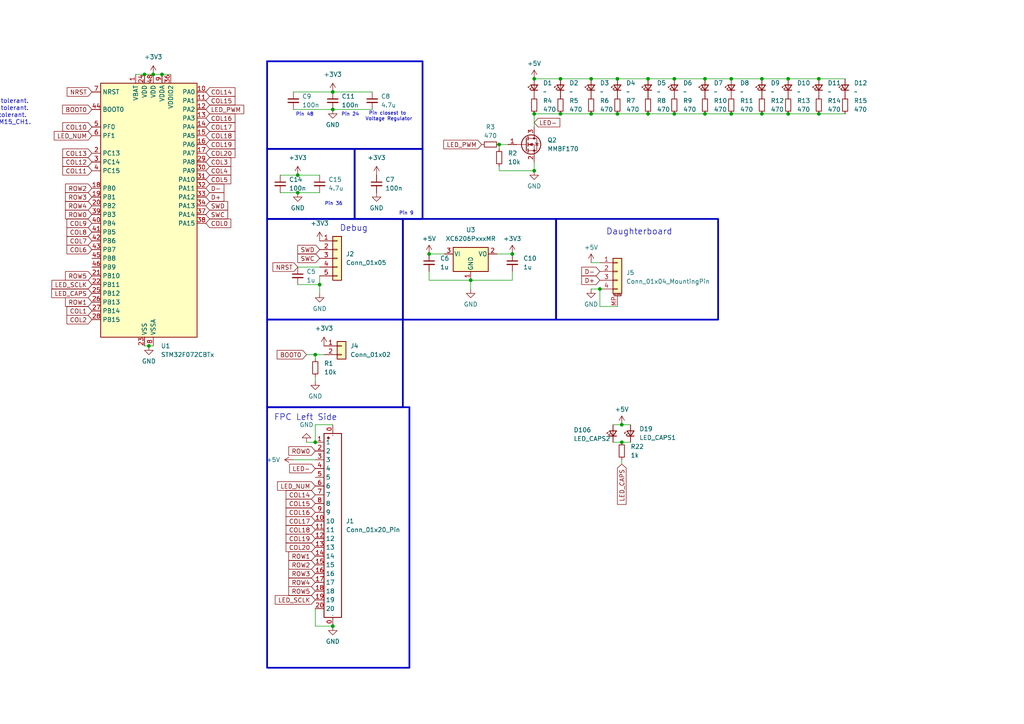
<source format=kicad_sch>
(kicad_sch (version 20231120) (generator "eeschema") (generator_version "8.0")
  (paper "A4")
  (junction (at 173.99 83.82))
  (junction (at 228.6 22.86))
  (junction (at 162.56 33.02))
  (junction (at 46.99 21.59))
  (junction (at 91.44 102.87))
  (junction (at 171.45 33.02))
  (junction (at 187.96 33.02))
  (junction (at 212.09 22.86))
  (junction (at 148.59 73.66))
  (junction (at 187.96 22.86))
  (junction (at 96.52 31.75))
  (junction (at 204.47 22.86))
  (junction (at 180.34 128.27))
  (junction (at 43.18 100.33))
  (junction (at 41.91 21.59))
  (junction (at 220.98 22.86))
  (junction (at 154.94 22.86))
  (junction (at 44.45 21.59))
  (junction (at 195.58 33.02))
  (junction (at 237.49 22.86))
  (junction (at 96.52 181.61))
  (junction (at 144.78 41.91))
  (junction (at 86.36 50.8))
  (junction (at 179.07 22.86))
  (junction (at 228.6 33.02))
  (junction (at 91.44 128.27))
  (junction (at 154.94 49.53))
  (junction (at 124.46 73.66))
  (junction (at 670.56 147.32))
  (junction (at 136.525 81.28))
  (junction (at 195.58 22.86))
  (junction (at 92.71 82.55))
  (junction (at 171.45 22.86))
  (junction (at 162.56 22.86))
  (junction (at 220.98 33.02))
  (junction (at 154.94 33.02))
  (junction (at 180.34 123.19))
  (junction (at 344.17 128.27))
  (junction (at 204.47 33.02))
  (junction (at 237.49 33.02))
  (junction (at 96.52 26.67))
  (junction (at 86.36 55.88))
  (junction (at 212.09 33.02))
  (junction (at 179.07 33.02))
  (junction (at 643.89 147.32))
  (wire (pts (xy 228.6 33.02) (xy 237.49 33.02)))
  (wire (pts (xy 237.49 22.86) (xy 245.11 22.86)))
  (wire (pts (xy 144.145 73.66) (xy 148.59 73.66)))
  (wire (pts (xy 124.46 78.74) (xy 124.46 81.28)))
  (wire (pts (xy 179.07 33.02) (xy 187.96 33.02)))
  (wire (pts (xy 91.44 123.19) (xy 91.44 128.27)))
  (wire (pts (xy 148.59 81.28) (xy 136.525 81.28)))
  (wire (pts (xy 212.09 33.02) (xy 220.98 33.02)))
  (wire (pts (xy 173.99 88.9) (xy 179.07 88.9)))
  (wire (pts (xy 237.49 33.02) (xy 245.11 33.02)))
  (wire (pts (xy 41.91 100.33) (xy 43.18 100.33)))
  (wire (pts (xy 91.44 181.61) (xy 91.44 176.53)))
  (wire (pts (xy 154.94 33.02) (xy 162.56 33.02)))
  (wire (pts (xy 81.28 55.88) (xy 86.36 55.88)))
  (wire (pts (xy 220.98 33.02) (xy 228.6 33.02)))
  (wire (pts (xy 173.99 83.82) (xy 173.99 88.9)))
  (wire (pts (xy 91.44 109.22) (xy 91.44 110.49)))
  (wire (pts (xy 195.58 33.02) (xy 204.47 33.02)))
  (wire (pts (xy 85.09 26.67) (xy 96.52 26.67)))
  (wire (pts (xy 88.9 102.87) (xy 91.44 102.87)))
  (wire (pts (xy 177.8 128.27) (xy 180.34 128.27)))
  (wire (pts (xy 81.28 50.8) (xy 86.36 50.8)))
  (wire (pts (xy 96.52 31.75) (xy 107.95 31.75)))
  (wire (pts (xy 92.71 82.55) (xy 92.71 85.09)))
  (wire (pts (xy 86.36 77.47) (xy 92.71 77.47)))
  (wire (pts (xy 171.45 33.02) (xy 179.07 33.02)))
  (wire (pts (xy 187.96 33.02) (xy 195.58 33.02)))
  (wire (pts (xy 665.48 142.24) (xy 669.29 142.24)))
  (wire (pts (xy 92.71 80.01) (xy 92.71 82.55)))
  (wire (pts (xy 86.36 82.55) (xy 92.71 82.55)))
  (wire (pts (xy 344.17 128.27) (xy 347.98 128.27)))
  (wire (pts (xy 91.44 102.87) (xy 93.98 102.87)))
  (wire (pts (xy 124.46 81.28) (xy 136.525 81.28)))
  (wire (pts (xy 144.78 49.53) (xy 154.94 49.53)))
  (wire (pts (xy 85.09 31.75) (xy 96.52 31.75)))
  (wire (pts (xy 86.36 50.8) (xy 92.71 50.8)))
  (wire (pts (xy 124.46 73.66) (xy 128.905 73.66)))
  (wire (pts (xy 136.525 81.28) (xy 136.525 83.82)))
  (wire (pts (xy 638.81 142.24) (xy 642.62 142.24)))
  (wire (pts (xy 162.56 22.86) (xy 171.45 22.86)))
  (wire (pts (xy 148.59 78.74) (xy 148.59 81.28)))
  (wire (pts (xy 96.52 123.19) (xy 91.44 123.19)))
  (wire (pts (xy 187.96 22.86) (xy 195.58 22.86)))
  (wire (pts (xy 154.94 33.02) (xy 154.94 36.83)))
  (wire (pts (xy 96.52 181.61) (xy 91.44 181.61)))
  (wire (pts (xy 144.78 48.26) (xy 144.78 49.53)))
  (wire (pts (xy 204.47 33.02) (xy 212.09 33.02)))
  (wire (pts (xy 180.34 128.27) (xy 182.88 128.27)))
  (wire (pts (xy 180.34 123.19) (xy 182.88 123.19)))
  (wire (pts (xy 177.8 123.19) (xy 180.34 123.19)))
  (wire (pts (xy 39.37 21.59) (xy 41.91 21.59)))
  (wire (pts (xy 91.44 104.14) (xy 91.44 102.87)))
  (wire (pts (xy 171.45 76.2) (xy 173.99 76.2)))
  (wire (pts (xy 670.56 147.32) (xy 674.37 147.32)))
  (wire (pts (xy 86.36 55.88) (xy 92.71 55.88)))
  (wire (pts (xy 46.99 21.59) (xy 49.53 21.59)))
  (wire (pts (xy 195.58 22.86) (xy 204.47 22.86)))
  (wire (pts (xy 212.09 22.86) (xy 220.98 22.86)))
  (wire (pts (xy 43.18 100.33) (xy 44.45 100.33)))
  (wire (pts (xy 154.94 22.86) (xy 162.56 22.86)))
  (wire (pts (xy 44.45 21.59) (xy 46.99 21.59)))
  (wire (pts (xy 96.52 26.67) (xy 107.95 26.67)))
  (wire (pts (xy 144.78 41.91) (xy 147.32 41.91)))
  (wire (pts (xy 88.9 128.27) (xy 91.44 128.27)))
  (wire (pts (xy 643.89 147.32) (xy 647.7 147.32)))
  (wire (pts (xy 180.34 133.35) (xy 180.34 134.62)))
  (wire (pts (xy 339.09 123.19) (xy 342.9 123.19)))
  (wire (pts (xy 179.07 22.86) (xy 187.96 22.86)))
  (wire (pts (xy 144.78 41.91) (xy 144.78 43.18)))
  (wire (pts (xy 154.94 46.99) (xy 154.94 49.53)))
  (wire (pts (xy 171.45 83.82) (xy 173.99 83.82)))
  (wire (pts (xy 171.45 22.86) (xy 179.07 22.86)))
  (wire (pts (xy 85.09 133.35) (xy 91.44 133.35)))
  (wire (pts (xy 41.91 21.59) (xy 44.45 21.59)))
  (wire (pts (xy 220.98 22.86) (xy 228.6 22.86)))
  (wire (pts (xy 228.6 22.86) (xy 237.49 22.86)))
  (wire (pts (xy 162.56 33.02) (xy 171.45 33.02)))
  (wire (pts (xy 204.47 22.86) (xy 212.09 22.86)))
  (rectangle (start 77.47 63.5) (end 116.84 92.71) (stroke (width 0.5)))
  (rectangle (start 161.29 63.5) (end 208.28 92.71) (stroke (width 0.5)))
  (rectangle (start 77.47 43.18) (end 102.87 63.5) (stroke (width 0.5)))
  (rectangle (start 77.47 118.11) (end 118.745 193.675) (stroke (width 0.5)))
  (rectangle (start 77.47 92.71) (end 116.84 118.11) (stroke (width 0.5)))
  (rectangle (start 77.47 17.78) (end 122.555 43.18) (stroke (width 0.5)))
  (rectangle (start 116.84 63.5) (end 161.29 92.71) (stroke (width 0.5)))
  (rectangle (start 102.87 43.18) (end 122.555 63.5) (stroke (width 0.5)))
  (text "Daughterboard" (at 185.42 67.31 0) (effects (font (size 1.75 1.75))))
  (text "Pin 22 is 5v tolerant.\nPin 25 is 5v tolerant.\nPin 6 is 5v tolerant.\nPin 12 has TIM15_CH1.\n\n" (at -2.286 33.528 0) (effects (font (size 1.27 1.27))))
  (text "Debug" (at 102.616 66.294 0) (effects (font (size 1.75 1.75))))
  (text "Pin closest to \nVoltage Regulator" (at 112.776 33.782 0) (effects (font (size 1 1))))
  (text "Pin 24" (at 101.6 33.274 0) (effects (font (size 1 1))))
  (text "Pin 9" (at 117.856 61.976 0) (effects (font (size 1 1))))
  (text "Pin 36" (at 96.774 59.182 0) (effects (font (size 1 1))))
  (text "Pin 48" (at 88.392 33.274 0) (effects (font (size 1 1))))
  (text "FPC Left Side" (at 88.646 121.158 0) (effects (font (size 1.75 1.75))))
  (global_label "ROW4" (shape input) (at 91.44 168.91 180) (property "Intersheetrefs" "${INTERSHEET_REFS}" (effects (hide yes))))
  (global_label "ROW0" (shape input) (at 669.29 76.2 180) (property "Intersheetrefs" "${INTERSHEET_REFS}" (effects (hide yes))))
  (global_label "COL7" (shape input) (at 510.54 161.29 180) (property "Intersheetrefs" "${INTERSHEET_REFS}" (effects (hide yes))))
  (global_label "LED_NUM" (shape input) (at 26.67 39.37 180) (property "Intersheetrefs" "${INTERSHEET_REFS}" (effects (hide yes))))
  (global_label "COL13" (shape input) (at 664.21 66.04 180) (property "Intersheetrefs" "${INTERSHEET_REFS}" (effects (hide yes))))
  (global_label "COL12" (shape input) (at 638.81 142.24 180) (property "Intersheetrefs" "${INTERSHEET_REFS}" (effects (hide yes))))
  (global_label "LED_CAPS" (shape input) (at 26.67 85.09 180) (property "Intersheetrefs" "${INTERSHEET_REFS}" (effects (hide yes))))
  (global_label "COL5" (shape input) (at 461.01 85.09 180) (property "Intersheetrefs" "${INTERSHEET_REFS}" (effects (hide yes))))
  (global_label "D+" (shape input) (at 59.69 57.15 0) (property "Intersheetrefs" "${INTERSHEET_REFS}" (effects (hide yes))))
  (global_label "COL4" (shape input) (at 59.69 49.53 0) (property "Intersheetrefs" "${INTERSHEET_REFS}" (effects (hide yes))))
  (global_label "ROW4" (shape input) (at 345.44 152.4 180) (property "Intersheetrefs" "${INTERSHEET_REFS}" (effects (hide yes))))
  (global_label "LED_NUM" (shape input) (at 91.44 140.97 180) (property "Intersheetrefs" "${INTERSHEET_REFS}" (effects (hide yes))))
  (global_label "COL6" (shape input) (at 485.14 123.19 180) (property "Intersheetrefs" "${INTERSHEET_REFS}" (effects (hide yes))))
  (global_label "ROW0" (shape input) (at 590.55 76.2 180) (property "Intersheetrefs" "${INTERSHEET_REFS}" (effects (hide yes))))
  (global_label "ROW1" (shape input) (at 368.3 95.25 180) (property "Intersheetrefs" "${INTERSHEET_REFS}" (effects (hide yes))))
  (global_label "COL10" (shape input) (at 586.74 142.24 180) (property "Intersheetrefs" "${INTERSHEET_REFS}" (effects (hide yes))))
  (global_label "D-" (shape input) (at 59.69 54.61 0) (property "Intersheetrefs" "${INTERSHEET_REFS}" (effects (hide yes))))
  (global_label "ROW5" (shape input) (at 419.1 171.45 180) (property "Intersheetrefs" "${INTERSHEET_REFS}" (effects (hide yes))))
  (global_label "COL18" (shape input) (at 91.44 153.67 180) (property "Intersheetrefs" "${INTERSHEET_REFS}" (effects (hide yes))))
  (global_label "ROW4" (shape input) (at 491.49 152.4 180) (property "Intersheetrefs" "${INTERSHEET_REFS}" (effects (hide yes))))
  (global_label "COL9" (shape input) (at 26.67 64.77 180) (property "Intersheetrefs" "${INTERSHEET_REFS}" (effects (hide yes))))
  (global_label "COL11" (shape input) (at 610.87 85.09 180) (property "Intersheetrefs" "${INTERSHEET_REFS}" (effects (hide yes))))
  (global_label "COL20" (shape input) (at 59.69 44.45 0) (property "Intersheetrefs" "${INTERSHEET_REFS}" (effects (hide yes))))
  (global_label "COL1" (shape input) (at 363.22 104.14 180) (property "Intersheetrefs" "${INTERSHEET_REFS}" (effects (hide yes))))
  (global_label "COL3" (shape input) (at 412.75 85.09 180) (property "Intersheetrefs" "${INTERSHEET_REFS}" (effects (hide yes))))
  (global_label "ROW3" (shape input) (at 565.15 133.35 180) (property "Intersheetrefs" "${INTERSHEET_REFS}" (effects (hide yes))))
  (global_label "COL3" (shape input) (at 412.75 104.14 180) (property "Intersheetrefs" "${INTERSHEET_REFS}" (effects (hide yes))))
  (global_label "ROW1" (shape input) (at 91.44 161.29 180) (property "Intersheetrefs" "${INTERSHEET_REFS}" (effects (hide yes))))
  (global_label "ROW0" (shape input) (at 441.96 76.2 180) (property "Intersheetrefs" "${INTERSHEET_REFS}" (effects (hide yes))))
  (global_label "COL0" (shape input) (at 339.09 123.19 180) (property "Intersheetrefs" "${INTERSHEET_REFS}" (effects (hide yes))))
  (global_label "ROW2" (shape input) (at 91.44 163.83 180) (property "Intersheetrefs" "${INTERSHEET_REFS}" (effects (hide yes))))
  (global_label "COL6" (shape input) (at 486.41 142.24 180) (property "Intersheetrefs" "${INTERSHEET_REFS}" (effects (hide yes))))
  (global_label "COL1" (shape input) (at 363.22 85.09 180) (property "Intersheetrefs" "${INTERSHEET_REFS}" (effects (hide yes))))
  (global_label "ROW4" (shape input) (at 26.67 59.69 180) (property "Intersheetrefs" "${INTERSHEET_REFS}" (effects (hide yes))))
  (global_label "ROW3" (shape input) (at 615.95 133.35 180) (property "Intersheetrefs" "${INTERSHEET_REFS}" (effects (hide yes))))
  (global_label "ROW0" (shape input) (at 514.35 76.2 180) (property "Intersheetrefs" "${INTERSHEET_REFS}" (effects (hide yes))))
  (global_label "ROW5" (shape input) (at 591.82 171.45 180) (property "Intersheetrefs" "${INTERSHEET_REFS}" (effects (hide yes))))
  (global_label "ROW5" (shape input) (at 670.56 171.45 180) (property "Intersheetrefs" "${INTERSHEET_REFS}" (effects (hide yes))))
  (global_label "ROW2" (shape input) (at 26.67 54.61 180) (property "Intersheetrefs" "${INTERSHEET_REFS}" (effects (hide yes))))
  (global_label "ROW5" (shape input) (at 91.44 171.45 180) (property "Intersheetrefs" "${INTERSHEET_REFS}" (effects (hide yes))))
  (global_label "SWD" (shape input) (at 59.69 59.69 0) (property "Intersheetrefs" "${INTERSHEET_REFS}" (effects (hide yes))))
  (global_label "COL3" (shape input) (at 414.02 142.24 180) (property "Intersheetrefs" "${INTERSHEET_REFS}" (effects (hide yes))))
  (global_label "ROW1" (shape input) (at 514.35 95.25 180) (property "Intersheetrefs" "${INTERSHEET_REFS}" (effects (hide yes))))
  (global_label "COL0" (shape input) (at 339.09 104.14 180) (property "Intersheetrefs" "${INTERSHEET_REFS}" (effects (hide yes))))
  (global_label "COL10" (shape input) (at 585.47 104.14 180) (property "Intersheetrefs" "${INTERSHEET_REFS}" (effects (hide yes))))
  (global_label "COL0" (shape input) (at 59.69 64.77 0) (property "Intersheetrefs" "${INTERSHEET_REFS}" (effects (hide yes))))
  (global_label "COL11" (shape input) (at 610.87 66.04 180) (property "Intersheetrefs" "${INTERSHEET_REFS}" (effects (hide yes))))
  (global_label "COL0" (shape input) (at 340.36 142.24 180) (property "Intersheetrefs" "${INTERSHEET_REFS}" (effects (hide yes))))
  (global_label "COL4" (shape input) (at 438.15 142.24 180) (property "Intersheetrefs" "${INTERSHEET_REFS}" (effects (hide yes))))
  (global_label "ROW2" (shape input) (at 344.17 114.3 180) (property "Intersheetrefs" "${INTERSHEET_REFS}" (effects (hide yes))))
  (global_label "ROW0" (shape input) (at 393.7 76.2 180) (property "Intersheetrefs" "${INTERSHEET_REFS}" (effects (hide yes))))
  (global_label "COL7" (shape input) (at 509.27 66.04 180) (property "Intersheetrefs" "${INTERSHEET_REFS}" (effects (hide yes))))
  (global_label "COL14" (shape input) (at 59.69 26.67 0) (property "Intersheetrefs" "${INTERSHEET_REFS}" (effects (hide yes))))
  (global_label "ROW4" (shape input) (at 394.97 152.4 180) (property "Intersheetrefs" "${INTERSHEET_REFS}" (effects (hide yes))))
  (global_label "COL12" (shape input) (at 26.67 46.99 180) (property "Intersheetrefs" "${INTERSHEET_REFS}" (effects (hide yes))))
  (global_label "COL18" (shape input) (at 59.69 39.37 0) (property "Intersheetrefs" "${INTERSHEET_REFS}" (effects (hide yes))))
  (global_label "LED_SCLK" (shape input) (at 91.44 173.99 180) (property "Intersheetrefs" "${INTERSHEET_REFS}" (effects (hide yes))))
  (global_label "ROW0" (shape input) (at 466.09 76.2 180) (property "Intersheetrefs" "${INTERSHEET_REFS}" (effects (hide yes))))
  (global_label "ROW2" (shape input) (at 669.29 114.3 180) (property "Intersheetrefs" "${INTERSHEET_REFS}" (effects (hide yes))))
  (global_label "COL15" (shape input) (at 91.44 146.05 180) (property "Intersheetrefs" "${INTERSHEET_REFS}" (effects (hide yes))))
  (global_label "ROW1" (shape input) (at 615.95 95.25 180) (property "Intersheetrefs" "${INTERSHEET_REFS}" (effects (hide yes))))
  (global_label "COL12" (shape input) (at 637.54 66.04 180) (property "Intersheetrefs" "${INTERSHEET_REFS}" (effects (hide yes))))
  (global_label "COL11" (shape input) (at 610.87 104.14 180) (property "Intersheetrefs" "${INTERSHEET_REFS}" (effects (hide yes))))
  (global_label "SWD" (shape input) (at 92.71 72.39 180) (property "Intersheetrefs" "${INTERSHEET_REFS}" (effects (hide yes))))
  (global_label "ROW3" (shape input) (at 441.96 133.35 180) (property "Intersheetrefs" "${INTERSHEET_REFS}" (effects (hide yes))))
  (global_label "COL9" (shape input) (at 560.07 123.19 180) (property "Intersheetrefs" "${INTERSHEET_REFS}" (effects (hide yes))))
  (global_label "NRST" (shape input) (at 86.36 77.47 180) (property "Intersheetrefs" "${INTERSHEET_REFS}" (effects (hide yes))))
  (global_label "BOOT0" (shape input) (at 88.9 102.87 180) (property "Intersheetrefs" "${INTERSHEET_REFS}" (effects (hide yes))))
  (global_label "COL12" (shape input) (at 637.54 123.19 180) (property "Intersheetrefs" "${INTERSHEET_REFS}" (effects (hide yes))))
  (global_label "COL19" (shape input) (at 59.69 41.91 0) (property "Intersheetrefs" "${INTERSHEET_REFS}" (effects (hide yes))))
  (global_label "COL5" (shape input) (at 461.01 123.19 180) (property "Intersheetrefs" "${INTERSHEET_REFS}" (effects (hide yes))))
  (global_label "ROW0" (shape input) (at 26.67 62.23 180) (property "Intersheetrefs" "${INTERSHEET_REFS}" (effects (hide yes))))
  (global_label "ROW1" (shape input) (at 466.09 95.25 180) (property "Intersheetrefs" "${INTERSHEET_REFS}" (effects (hide yes))))
  (global_label "LED_PWM" (shape input) (at 59.69 31.75 0) (property "Intersheetrefs" "${INTERSHEET_REFS}" (effects (hide yes))))
  (global_label "COL2" (shape input) (at 389.89 142.24 180) (property "Intersheetrefs" "${INTERSHEET_REFS}" (effects (hide yes))))
  (global_label "ROW2" (shape input) (at 565.15 114.3 180) (property "Intersheetrefs" "${INTERSHEET_REFS}" (effects (hide yes))))
  (global_label "ROW2" (shape input) (at 490.22 114.3 180) (property "Intersheetrefs" "${INTERSHEET_REFS}" (effects (hide yes))))
  (global_label "COL6" (shape input) (at 26.67 72.39 180) (property "Intersheetrefs" "${INTERSHEET_REFS}" (effects (hide yes))))
  (global_label "COL4" (shape input) (at 436.88 104.14 180) (property "Intersheetrefs" "${INTERSHEET_REFS}" (effects (hide yes))))
  (global_label "SWC" (shape input) (at 59.69 62.23 0) (property "Intersheetrefs" "${INTERSHEET_REFS}" (effects (hide yes))))
  (global_label "COL9" (shape input) (at 560.07 104.14 180) (property "Intersheetrefs" "${INTERSHEET_REFS}" (effects (hide yes))))
  (global_label "ROW4" (shape input) (at 566.42 152.4 180) (property "Intersheetrefs" "${INTERSHEET_REFS}" (effects (hide yes))))
  (global_label "ROW4" (shape input) (at 670.56 152.4 180) (property "Intersheetrefs" "${INTERSHEET_REFS}" (effects (hide yes))))
  (global_label "COL17" (shape input) (at 59.69 36.83 0) (property "Intersheetrefs" "${INTERSHEET_REFS}" (effects (hide yes))))
  (global_label "ROW4" (shape input) (at 467.36 152.4 180) (property "Intersheetrefs" "${INTERSHEET_REFS}" (effects (hide yes))))
  (global_label "ROW1" (shape input) (at 669.29 95.25 180) (property "Intersheetrefs" "${INTERSHEET_REFS}" (effects (hide yes))))
  (global_label "COL13" (shape input) (at 664.21 104.14 180) (property "Intersheetrefs" "${INTERSHEET_REFS}" (effects (hide yes))))
  (global_label "ROW0" (shape input) (at 565.15 76.2 180) (property "Intersheetrefs" "${INTERSHEET_REFS}" (effects (hide yes))))
  (global_label "NRST" (shape input) (at 26.67 26.67 180) (property "Intersheetrefs" "${INTERSHEET_REFS}" (effects (hide yes))))
  (global_label "COL3" (shape input) (at 414.02 161.29 180) (property "Intersheetrefs" "${INTERSHEET_REFS}" (effects (hide yes))))
  (global_label "COL10" (shape input) (at 585.47 85.09 180) (property "Intersheetrefs" "${INTERSHEET_REFS}" (effects (hide yes))))
  (global_label "COL7" (shape input) (at 509.27 104.14 180) (property "Intersheetrefs" "${INTERSHEET_REFS}" (effects (hide yes))))
  (global_label "COL3" (shape input) (at 412.75 66.04 180) (property "Intersheetrefs" "${INTERSHEET_REFS}" (effects (hide yes))))
  (global_label "ROW5" (shape input) (at 394.97 171.45 180) (property "Intersheetrefs" "${INTERSHEET_REFS}" (effects (hide yes))))
  (global_label "ROW4" (shape input) (at 443.23 152.4 180) (property "Intersheetrefs" "${INTERSHEET_REFS}" (effects (hide yes))))
  (global_label "ROW4" (shape input) (at 591.82 152.4 180) (property "Intersheetrefs" "${INTERSHEET_REFS}" (effects (hide yes))))
  (global_label "COL9" (shape input) (at 560.07 85.09 180) (property "Intersheetrefs" "${INTERSHEET_REFS}" (effects (hide yes))))
  (global_label "COL2" (shape input) (at 389.89 161.29 180) (property "Intersheetrefs" "${INTERSHEET_REFS}" (effects (hide yes))))
  (global_label "COL10" (shape input) (at 26.67 36.83 180) (property "Intersheetrefs" "${INTERSHEET_REFS}" (effects (hide yes))))
  (global_label "ROW4" (shape input) (at 419.1 152.4 180) (property "Intersheetrefs" "${INTERSHEET_REFS}" (effects (hide yes))))
  (global_label "ROW4" (shape input) (at 515.62 152.4 180) (property "Intersheetrefs" "${INTERSHEET_REFS}" (effects (hide yes))))
  (global_label "COL2" (shape input) (at 388.62 123.19 180) (property "Intersheetrefs" "${INTERSHEET_REFS}" (effects (hide yes))))
  (global_label "ROW2" (shape input) (at 590.55 114.3 180) (property "Intersheetrefs" "${INTERSHEET_REFS}" (effects (hide yes))))
  (global_label "ROW2" (shape input) (at 514.35 114.3 180) (property "Intersheetrefs" "${INTERSHEET_REFS}" (effects (hide yes))))
  (global_label "LED-" (shape input) (at 154.94 35.56 0) (property "Intersheetrefs" "${INTERSHEET_REFS}" (effects (hide yes))))
  (global_label "COL13" (shape input) (at 664.21 85.09 180) (property "Intersheetrefs" "${INTERSHEET_REFS}" (effects (hide yes))))
  (global_label "ROW1" (shape input) (at 441.96 95.25 180) (property "Intersheetrefs" "${INTERSHEET_REFS}" (effects (hide yes))))
  (global_label "COL8" (shape input) (at 534.67 66.04 180) (property "Intersheetrefs" "${INTERSHEET_REFS}" (effects (hide yes))))
  (global_label "SWC" (shape input) (at 92.71 74.93 180) (property "Intersheetrefs" "${INTERSHEET_REFS}" (effects (hide yes))))
  (global_label "COL14" (shape input) (at 91.44 143.51 180) (property "Intersheetrefs" "${INTERSHEET_REFS}" (effects (hide yes))))
  (global_label "ROW1" (shape input) (at 393.7 95.25 180) (property "Intersheetrefs" "${INTERSHEET_REFS}" (effects (hide yes))))
  (global_label "ROW4" (shape input) (at 643.89 152.4 180) (property "Intersheetrefs" "${INTERSHEET_REFS}" (effects (hide yes))))
  (global_label "ROW1" (shape input) (at 590.55 95.25 180) (property "Intersheetrefs" "${INTERSHEET_REFS}" (effects (hide yes))))
  (global_label "COL8" (shape input) (at 535.94 142.24 180) (property "Intersheetrefs" "${INTERSHEET_REFS}" (effects (hide yes))))
  (global_label "COL6" (shape input) (at 485.14 104.14 180) (property "Intersheetrefs" "${INTERSHEET_REFS}" (effects (hide yes))))
  (global_label "COL15" (shape input) (at 59.69 29.21 0) (property "Intersheetrefs" "${INTERSHEET_REFS}" (effects (hide yes))))
  (global_label "COL4" (shape input) (at 436.88 85.09 180) (property "Intersheetrefs" "${INTERSHEET_REFS}" (effects (hide yes))))
  (global_label "COL5" (shape input) (at 462.28 142.24 180) (property "Intersheetrefs" "${INTERSHEET_REFS}" (effects (hide yes))))
  (global_label "COL2" (shape input) (at 388.62 85.09 180) (property "Intersheetrefs" "${INTERSHEET_REFS}" (effects (hide yes))))
  (global_label "COL5" (shape input) (at 461.01 104.14 180) (property "Intersheetrefs" "${INTERSHEET_REFS}" (effects (hide yes))))
  (global_label "ROW3" (shape input) (at 368.3 133.35 180) (property "Intersheetrefs" "${INTERSHEET_REFS}" (effects (hide yes))))
  (global_label "ROW1" (shape input) (at 417.83 95.25 180) (property "Intersheetrefs" "${INTERSHEET_REFS}" (effects (hide yes))))
  (global_label "COL3" (shape input) (at 59.69 46.99 0) (property "Intersheetrefs" "${INTERSHEET_REFS}" (effects (hide yes))))
  (global_label "COL0" (shape input) (at 340.36 161.29 180) (property "Intersheetrefs" "${INTERSHEET_REFS}" (effects (hide yes))))
  (global_label "COL10" (shape input) (at 585.47 66.04 180) (property "Intersheetrefs" "${INTERSHEET_REFS}" (effects (hide yes))))
  (global_label "COL10" (shape input) (at 586.74 161.29 180) (property "Intersheetrefs" "${INTERSHEET_REFS}" (effects (hide yes))))
  (global_label "ROW3" (shape input) (at 514.35 133.35 180) (property "Intersheetrefs" "${INTERSHEET_REFS}" (effects (hide yes))))
  (global_label "ROW3" (shape input) (at 539.75 133.35 180) (property "Intersheetrefs" "${INTERSHEET_REFS}" (effects (hide yes))))
  (global_label "COL13" (shape input) (at 665.48 142.24 180) (property "Intersheetrefs" "${INTERSHEET_REFS}" (effects (hide yes))))
  (global_label "COL0" (shape input) (at 339.09 85.09 180) (property "Intersheetrefs" "${INTERSHEET_REFS}" (effects (hide yes))))
  (global_label "ROW5" (shape input) (at 515.62 171.45 180) (property "Intersheetrefs" "${INTERSHEET_REFS}" (effects (hide yes))))
  (global_label "COL10" (shape input) (at 585.47 123.19 180) (property "Intersheetrefs" "${INTERSHEET_REFS}" (effects (hide yes))))
  (global_label "COL4" (shape input) (at 436.88 123.19 180) (property "Intersheetrefs" "${INTERSHEET_REFS}" (effects (hide yes))))
  (global_label "COL0" (shape input) (at 339.09 66.04 180) (property "Intersheetrefs" "${INTERSHEET_REFS}" (effects (hide yes))))
  (global_label "ROW3" (shape input) (at 91.44 166.37 180) (property "Intersheetrefs" "${INTERSHEET_REFS}" (effects (hide yes))))
  (global_label "COL1" (shape input) (at 364.49 142.24 180) (property "Intersheetrefs" "${INTERSHEET_REFS}" (effects (hide yes))))
  (global_label "LED_PWM" (shape input) (at 139.7 41.91 180) (property "Intersheetrefs" "${INTERSHEET_REFS}" (effects (hide yes))))
  (global_label "COL8" (shape input) (at 26.67 67.31 180) (property "Intersheetrefs" "${INTERSHEET_REFS}" (effects (hide yes))))
  (global_label "ROW3" (shape input) (at 642.62 133.35 180) (property "Intersheetrefs" "${INTERSHEET_REFS}" (effects (hide yes))))
  (global_label "COL2" (shape input) (at 388.62 104.14 180) (property "Intersheetrefs" "${INTERSHEET_REFS}" (effects (hide yes))))
  (global_label "ROW5" (shape input) (at 345.44 171.45 180) (property "Intersheetrefs" "${INTERSHEET_REFS}" (effects (hide yes))))
  (global_label "COL11" (shape input) (at 612.14 161.29 180) (property "Intersheetrefs" "${INTERSHEET_REFS}" (effects (hide yes))))
  (global_label "ROW4" (shape input) (at 541.02 152.4 180) (property "Intersheetrefs" "${INTERSHEET_REFS}" (effects (hide yes))))
  (global_label "ROW3" (shape input) (at 590.55 133.35 180) (property "Intersheetrefs" "${INTERSHEET_REFS}" (effects (hide yes))))
  (global_label "COL6" (shape input) (at 485.14 66.04 180) (property "Intersheetrefs" "${INTERSHEET_REFS}" (effects (hide yes))))
  (global_label "COL8" (shape input) (at 534.67 104.14 180) (property "Intersheetrefs" "${INTERSHEET_REFS}" (effects (hide yes))))
  (global_label "ROW2" (shape input) (at 368.3 114.3 180) (property "Intersheetrefs" "${INTERSHEET_REFS}" (effects (hide yes))))
  (global_label "COL9" (shape input) (at 560.07 66.04 180) (property "Intersheetrefs" "${INTERSHEET_REFS}" (effects (hide yes))))
  (global_label "COL13" (shape input) (at 26.67 44.45 180) (property "Intersheetrefs" "${INTERSHEET_REFS}" (effects (hide yes))))
  (global_label "ROW1" (shape input) (at 26.67 87.63 180) (property "Intersheetrefs" "${INTERSHEET_REFS}" (effects (hide yes))))
  (global_label "D+" (shape input) (at 173.99 81.28 180) (property "Intersheetrefs" "${INTERSHEET_REFS}" (effects (hide yes))))
  (global_label "COL1" (shape input) (at 26.67 90.17 180) (property "Intersheetrefs" "${INTERSHEET_REFS}" (effects (hide yes))))
  (global_label "ROW2" (shape input) (at 393.7 114.3 180) (property "Intersheetrefs" "${INTERSHEET_REFS}" (effects (hide yes))))
  (global_label "COL4" (shape input) (at 436.88 66.04 180) (property "Intersheetrefs" "${INTERSHEET_REFS}" (effects (hide yes))))
  (global_label "COL11" (shape input) (at 26.67 49.53 180) (property "Intersheetrefs" "${INTERSHEET_REFS}" (effects (hide yes))))
  (global_label "COL7" (shape input) (at 509.27 85.09 180) (property "Intersheetrefs" "${INTERSHEET_REFS}" (effects (hide yes))))
  (global_label "COL5" (shape input) (at 461.01 66.04 180) (property "Intersheetrefs" "${INTERSHEET_REFS}" (effects (hide yes))))
  (global_label "ROW1" (shape input) (at 565.15 95.25 180) (property "Intersheetrefs" "${INTERSHEET_REFS}" (effects (hide yes))))
  (global_label "ROW3" (shape input) (at 26.67 57.15 180) (property "Intersheetrefs" "${INTERSHEET_REFS}" (effects (hide yes))))
  (global_label "COL11" (shape input) (at 612.14 142.24 180) (property "Intersheetrefs" "${INTERSHEET_REFS}" (effects (hide yes))))
  (global_label "COL7" (shape input) (at 509.27 123.19 180) (property "Intersheetrefs" "${INTERSHEET_REFS}" (effects (hide yes))))
  (global_label "ROW3" (shape input) (at 393.7 133.35 180) (property "Intersheetrefs" "${INTERSHEET_REFS}" (effects (hide yes))))
  (global_label "ROW1" (shape input) (at 490.22 95.25 180) (property "Intersheetrefs" "${INTERSHEET_REFS}" (effects (hide yes))))
  (global_label "COL16" (shape input) (at 91.44 148.59 180) (property "Intersheetrefs" "${INTERSHEET_REFS}" (effects (hide yes))))
  (global_label "COL20" (shape input) (at 91.44 158.75 180) (property "Intersheetrefs" "${INTERSHEET_REFS}" (effects (hide yes))))
  (global_label "LED-" (shape input) (at 91.44 135.89 180) (property "Intersheetrefs" "${INTERSHEET_REFS}" (effects (hide yes))))
  (global_label "ROW3" (shape input) (at 490.22 133.35 180) (property "Intersheetrefs" "${INTERSHEET_REFS}" (effects (hide yes))))
  (global_label "ROW5" (shape input) (at 617.22 171.45 180) (property "Intersheetrefs" "${INTERSHEET_REFS}" (effects (hide yes))))
  (global_label "ROW3" (shape input) (at 344.17 133.35 180) (property "Intersheetrefs" "${INTERSHEET_REFS}" (effects (hide yes))))
  (global_label "COL19" (shape input) (at 91.44 156.21 180) (property "Intersheetrefs" "${INTERSHEET_REFS}" (effects (hide yes))))
  (global_label "D-" (shape input) (at 173.99 78.74 180) (property "Intersheetrefs" "${INTERSHEET_REFS}" (effects (hide yes))))
  (global_label "COL2" (shape input) (at 388.62 66.04 180) (property "Intersheetrefs" "${INTERSHEET_REFS}" (effects (hide yes))))
  (global_label "ROW2" (shape input) (at 615.95 114.3 180) (property "Intersheetrefs" "${INTERSHEET_REFS}" (effects (hide yes))))
  (global_label "COL12" (shape input) (at 637.54 85.09 180) (property "Intersheetrefs" "${INTERSHEET_REFS}" (effects (hide yes))))
  (global_label "COL1" (shape input) (at 363.22 123.19 180) (property "Intersheetrefs" "${INTERSHEET_REFS}" (effects (hide yes))))
  (global_label "COL12" (shape input) (at 637.54 104.14 180) (property "Intersheetrefs" "${INTERSHEET_REFS}" (effects (hide yes))))
  (global_label "LED_CAPS" (shape input) (at 180.34 134.62 270) (property "Intersheetrefs" "${INTERSHEET_REFS}" (effects (hide yes))))
  (global_label "ROW2" (shape input) (at 441.96 114.3 180) (property "Intersheetrefs" "${INTERSHEET_REFS}" (effects (hide yes))))
  (global_label "COL2" (shape input) (at 26.67 92.71 180) (property "Intersheetrefs" "${INTERSHEET_REFS}" (effects (hide yes))))
  (global_label "ROW4" (shape input) (at 369.57 152.4 180) (property "Intersheetrefs" "${INTERSHEET_REFS}" (effects (hide yes))))
  (global_label "ROW1" (shape input) (at 539.75 95.25 180) (property "Intersheetrefs" "${INTERSHEET_REFS}" (effects (hide yes))))
  (global_label "ROW0" (shape input) (at 91.44 130.81 180) (property "Intersheetrefs" "${INTERSHEET_REFS}" (effects (hide yes))))
  (global_label "ROW2" (shape input) (at 642.62 114.3 180) (property "Intersheetrefs" "${INTERSHEET_REFS}" (effects (hide yes))))
  (global_label "COL9" (shape input) (at 561.34 142.24 180) (property "Intersheetrefs" "${INTERSHEET_REFS}" (effects (hide yes))))
  (global_label "ROW2" (shape input) (at 417.83 114.3 180) (property "Intersheetrefs" "${INTERSHEET_REFS}" (effects (hide yes))))
  (global_label "ROW0" (shape input) (at 344.17 76.2 180) (property "Intersheetrefs" "${INTERSHEET_REFS}" (effects (hide yes))))
  (global_label "ROW0" (shape input) (at 417.83 76.2 180) (property "Intersheetrefs" "${INTERSHEET_REFS}" (effects (hide yes))))
  (global_label "ROW2" (shape input) (at 539.75 114.3 180) (property "Intersheetrefs" "${INTERSHEET_REFS}" (effects (hide yes))))
  (global_label "LED_SCLK" (shape input) (at 26.67 82.55 180) (property "Intersheetrefs" "${INTERSHEET_REFS}" (effects (hide yes))))
  (global_label "COL16" (shape input) (at 59.69 34.29 0) (property "Intersheetrefs" "${INTERSHEET_REFS}" (effects (hide yes))))
  (global_label "COL8" (shape input) (at 534.67 85.09 180) (property "Intersheetrefs" "${INTERSHEET_REFS}" (effects (hide yes))))
  (global_label "COL17" (shape input) (at 91.44 151.13 180) (property "Intersheetrefs" "${INTERSHEET_REFS}" (effects (hide yes))))
  (global_label "ROW1" (shape input) (at 344.17 95.25 180) (property "Intersheetrefs" "${INTERSHEET_REFS}" (effects (hide yes))))
  (global_label "ROW4" (shape input) (at 617.22 152.4 180) (property "Intersheetrefs" "${INTERSHEET_REFS}" (effects (hide yes))))
  (global_label "ROW2" (shape input) (at 466.09 114.3 180) (property "Intersheetrefs" "${INTERSHEET_REFS}" (effects (hide yes))))
  (global_label "COL3" (shape input) (at 412.75 123.19 180) (property "Intersheetrefs" "${INTERSHEET_REFS}" (effects (hide yes))))
  (global_label "COL6" (shape input) (at 485.14 85.09 180) (property "Intersheetrefs" "${INTERSHEET_REFS}" (effects (hide yes))))
  (global_label "BOOT0" (shape input) (at 26.67 31.75 180) (property "Intersheetrefs" "${INTERSHEET_REFS}" (effects (hide yes))))
  (global_label "ROW3" (shape input) (at 466.09 133.35 180) (property "Intersheetrefs" "${INTERSHEET_REFS}" (effects (hide yes))))
  (global_label "COL5" (shape input) (at 59.69 52.07 0) (property "Intersheetrefs" "${INTERSHEET_REFS}" (effects (hide yes))))
  (global_label "ROW0" (shape input) (at 642.62 76.2 180) (property "Intersheetrefs" "${INTERSHEET_REFS}" (effects (hide yes))))
  (global_label "ROW0" (shape input) (at 615.95 76.2 180) (property "Intersheetrefs" "${INTERSHEET_REFS}" (effects (hide yes))))
  (global_label "ROW0" (shape input) (at 490.22 76.2 180) (property "Intersheetrefs" "${INTERSHEET_REFS}" (effects (hide yes))))
  (global_label "COL13" (shape input) (at 665.48 161.29 180) (property "Intersheetrefs" "${INTERSHEET_REFS}" (effects (hide yes))))
  (global_label "ROW3" (shape input) (at 417.83 133.35 180) (property "Intersheetrefs" "${INTERSHEET_REFS}" (effects (hide yes))))
  (global_label "ROW0" (shape input) (at 539.75 76.2 180) (property "Intersheetrefs" "${INTERSHEET_REFS}" (effects (hide yes))))
  (global_label "COL11" (shape input) (at 610.87 123.19 180) (property "Intersheetrefs" "${INTERSHEET_REFS}" (effects (hide yes))))
  (global_label "ROW5" (shape input) (at 26.67 80.01 180) (property "Intersheetrefs" "${INTERSHEET_REFS}" (effects (hide yes))))
  (global_label "COL7" (shape input) (at 26.67 69.85 180) (property "Intersheetrefs" "${INTERSHEET_REFS}" (effects (hide yes))))
  (global_label "ROW1" (shape input) (at 642.62 95.25 180) (property "Intersheetrefs" "${INTERSHEET_REFS}" (effects (hide yes))))
  (global_label "COL8" (shape input) (at 534.67 123.19 180) (property "Intersheetrefs" "${INTERSHEET_REFS}" (effects (hide yes))))
  (global_label "COL7" (shape input) (at 510.54 142.24 180) (property "Intersheetrefs" "${INTERSHEET_REFS}" (effects (hide yes))))
  (symbol (lib_id "Device:D_Small") (at 393.7 73.66 90) (unit 1)
    (property "Reference" "D34" (at 396.24 72.3899 90) (effects (justify right)))
    (property "Value" "D_Small" (at 396.24 74.9299 90) (effects (justify right)))
    (property "Footprint" "alcatel:D_SOD-123_ShiftedSilkscreen" (effects (hide yes)))
    (property "Description" "Diode, small symbol" (effects (hide yes)))
    (property "Sim.Device" "D" (effects (hide yes)))
    (property "Sim.Pins" "1=K 2=A" (effects (hide yes)))
  )
  (symbol (lib_id "MCU_ST_STM32F0:STM32F072CBTx") (at 41.91 62.23 0) (unit 1)
    (property "Reference" "U1" (at 46.6441 100.33 0) (effects (justify left)))
    (property "Value" "STM32F072CBTx" (at 46.6441 102.87 0) (effects (justify left)))
    (property "Footprint" "Package_QFP:LQFP-48_7x7mm_P0.5mm" (effects (hide yes)))
    (property "Datasheet" "https://www.st.com/resource/en/datasheet/stm32f072cb.pdf" (effects (hide yes)))
    (property "Description" "STMicroelectronics Arm Cortex-M0 MCU, 128KB flash, 16KB RAM, 48 MHz, 2.0-3.6V, 37 GPIO, LQFP48" (effects (hide yes)))
  )
  (symbol (lib_id "Device:D_Small") (at 565.15 92.71 90) (unit 1)
    (property "Reference" "D77" (at 567.69 91.4399 90) (effects (justify right)))
    (property "Value" "D_Small" (at 567.69 93.9799 90) (effects (justify right)))
    (property "Footprint" "alcatel:D_SOD-123_ShiftedSilkscreen" (effects (hide yes)))
    (property "Description" "Diode, small symbol" (effects (hide yes)))
    (property "Sim.Device" "D" (effects (hide yes)))
    (property "Sim.Pins" "1=K 2=A" (effects (hide yes)))
  )
  (symbol (lib_id "PCM_marbastlib-mx:MX_SW_solder") (at 589.28 144.78 0) (unit 1)
    (property "Reference" "MX65" (at 589.28 137.16 0))
    (property "Value" "MX_SW_solder" (at 589.28 139.7 0))
    (property "Footprint" "PCM_marbastlib-mx:SW_MX_1u" (effects (hide yes)))
    (property "Description" "Push button switch, normally open, two pins, 45° tilted" (effects (hide yes)))
  )
  (symbol (lib_id "Device:R_Small") (at 162.56 30.48 0) (unit 1)
    (property "Reference" "R5" (at 165.1 29.2099 0) (effects (justify left)))
    (property "Value" "470" (at 165.1 31.7499 0) (effects (justify left)))
    (property "Footprint" "Resistor_SMD:R_0805_2012Metric" (effects (hide yes)))
    (property "Description" "Resistor, small symbol" (effects (hide yes)))
  )
  (symbol (lib_id "Device:D_Small") (at 393.7 111.76 90) (unit 1)
    (property "Reference" "D36" (at 396.24 110.4899 90) (effects (justify right)))
    (property "Value" "D_Small" (at 396.24 113.0299 90) (effects (justify right)))
    (property "Footprint" "alcatel:D_SOD-123_ShiftedSilkscreen" (effects (hide yes)))
    (property "Description" "Diode, small symbol" (effects (hide yes)))
    (property "Sim.Device" "D" (effects (hide yes)))
    (property "Sim.Pins" "1=K 2=A" (effects (hide yes)))
  )
  (symbol (lib_id "Device:D_Small") (at 394.97 168.91 90) (unit 1)
    (property "Reference" "D39" (at 397.51 167.6399 90) (effects (justify right)))
    (property "Value" "D_Small" (at 397.51 170.1799 90) (effects (justify right)))
    (property "Footprint" "alcatel:D_SOD-123_ShiftedSilkscreen" (effects (hide yes)))
    (property "Description" "Diode, small symbol" (effects (hide yes)))
    (property "Sim.Device" "D" (effects (hide yes)))
    (property "Sim.Pins" "1=K 2=A" (effects (hide yes)))
  )
  (symbol (lib_id "PCM_marbastlib-mx:MX_SW_solder") (at 365.76 87.63 0) (unit 1)
    (property "Reference" "MX8" (at 365.76 80.01 0))
    (property "Value" "MX_SW_solder" (at 365.76 82.55 0))
    (property "Footprint" "PCM_marbastlib-mx:SW_MX_1u" (effects (hide yes)))
    (property "Description" "Push button switch, normally open, two pins, 45° tilted" (effects (hide yes)))
  )
  (symbol (lib_id "Device:C_Small") (at 109.22 53.34 0) (unit 1)
    (property "Reference" "C7" (at 111.76 52.0763 0) (effects (justify left)))
    (property "Value" "100n" (at 111.76 54.6163 0) (effects (justify left)))
    (property "Footprint" "Capacitor_SMD:C_0603_1608Metric" (effects (hide yes)))
  )
  (symbol (lib_id "power:GND") (at 91.44 110.49 0) (unit 1)
    (property "Reference" "#PWR019" (effects (hide yes)))
    (property "Value" "GND" (at 91.44 114.935 0))
  )
  (symbol (lib_id "PCM_marbastlib-mx:MX_SW_solder") (at 439.42 68.58 0) (unit 1)
    (property "Reference" "MX25" (at 439.42 60.96 0))
    (property "Value" "MX_SW_solder" (at 439.42 63.5 0))
    (property "Footprint" "PCM_marbastlib-mx:SW_MX_1u" (effects (hide yes)))
    (property "Description" "Push button switch, normally open, two pins, 45° tilted" (effects (hide yes)))
  )
  (symbol (lib_id "PCM_marbastlib-mx:MX_SW_solder") (at 537.21 68.58 0) (unit 1)
    (property "Reference" "MX49" (at 537.21 60.96 0))
    (property "Value" "MX_SW_solder" (at 537.21 63.5 0))
    (property "Footprint" "PCM_marbastlib-mx:SW_MX_1u" (effects (hide yes)))
    (property "Description" "Push button switch, normally open, two pins, 45° tilted" (effects (hide yes)))
  )
  (symbol (lib_id "power:GND") (at 136.525 83.82 0) (unit 1)
    (property "Reference" "#PWR016" (effects (hide yes)))
    (property "Value" "GND" (at 136.525 88.265 0))
  )
  (symbol (lib_id "Device:R_Small") (at 142.24 41.91 90) (unit 1)
    (property "Reference" "R3" (at 142.24 36.83 90))
    (property "Value" "470" (at 142.24 39.37 90))
    (property "Footprint" "Resistor_SMD:R_0805_2012Metric" (effects (hide yes)))
    (property "Description" "Resistor, small symbol" (effects (hide yes)))
  )
  (symbol (lib_id "Connector_Generic_MountingPin:Conn_01x04_MountingPin") (at 179.07 78.74 0) (unit 1)
    (property "Reference" "J5" (at 181.61 79.0955 0) (effects (justify left)))
    (property "Value" "Conn_01x04_MountingPin" (at 181.61 81.6355 0) (effects (justify left)))
    (property "Footprint" "Connector_JST:JST_SH_SM04B-SRSS-TB_1x04-1MP_P1.00mm_Horizontal" (effects (hide yes)))
    (property "Description" "Generic connectable mounting pin connector, single row, 01x04, script generated (kicad-library-utils/schlib/autogen/connector/)" (effects (hide yes)))
  )
  (symbol (lib_id "Device:D_Small") (at 565.15 111.76 90) (unit 1)
    (property "Reference" "D78" (at 567.69 110.4899 90) (effects (justify right)))
    (property "Value" "D_Small" (at 567.69 113.0299 90) (effects (justify right)))
    (property "Footprint" "alcatel:D_SOD-123_ShiftedSilkscreen" (effects (hide yes)))
    (property "Description" "Diode, small symbol" (effects (hide yes)))
    (property "Sim.Device" "D" (effects (hide yes)))
    (property "Sim.Pins" "1=K 2=A" (effects (hide yes)))
  )
  (symbol (lib_id "PCM_marbastlib-mx:MX_SW_solder") (at 415.29 87.63 0) (unit 1)
    (property "Reference" "MX20" (at 415.29 80.01 0))
    (property "Value" "MX_SW_solder" (at 415.29 82.55 0))
    (property "Footprint" "PCM_marbastlib-mx:SW_MX_1u" (effects (hide yes)))
    (property "Description" "Push button switch, normally open, two pins, 45° tilted" (effects (hide yes)))
  )
  (symbol (lib_id "Transistor_FET:MMBF170") (at 152.4 41.91 0) (unit 1)
    (property "Reference" "Q2" (at 158.75 40.6399 0) (effects (justify left)))
    (property "Value" "MMBF170" (at 158.75 43.1799 0) (effects (justify left)))
    (property "Footprint" "Package_TO_SOT_SMD:SOT-23" (effects (hide yes)))
    (property "Datasheet" "https://www.diodes.com/assets/Datasheets/ds30104.pdf" (effects (hide yes)))
    (property "Description" "0.5A Id, 60V Vds, N-Channel MOSFET, SOT-23" (effects (hide yes)))
  )
  (symbol (lib_id "PCM_marbastlib-mx:MX_SW_solder") (at 538.48 144.78 0) (unit 1)
    (property "Reference" "MX53" (at 538.48 137.16 0))
    (property "Value" "MX_SW_solder" (at 538.48 139.7 0))
    (property "Footprint" "PCM_marbastlib-mx:SW_MX_1u" (effects (hide yes)))
    (property "Description" "Push button switch, normally open, two pins, 45° tilted" (effects (hide yes)))
  )
  (symbol (lib_id "PCM_marbastlib-mx:MX_SW_solder") (at 463.55 125.73 0) (unit 1)
    (property "Reference" "MX34" (at 463.55 118.11 0))
    (property "Value" "MX_SW_solder" (at 463.55 120.65 0))
    (property "Footprint" "PCM_marbastlib-mx:SW_MX_1u" (effects (hide yes)))
    (property "Description" "Push button switch, normally open, two pins, 45° tilted" (effects (hide yes)))
  )
  (symbol (lib_id "Device:C_Small") (at 86.36 80.01 0) (unit 1)
    (property "Reference" "C5" (at 88.9 78.7463 0) (effects (justify left)))
    (property "Value" "1u" (at 88.9 81.2863 0) (effects (justify left)))
    (property "Footprint" "Capacitor_SMD:C_0805_2012Metric" (effects (hide yes)))
  )
  (symbol (lib_id "Device:LED_Small") (at 220.98 25.4 90) (unit 1)
    (property "Reference" "D9" (at 223.52 24.0664 90) (effects (justify right)))
    (property "Value" "~" (at 223.52 26.6064 90) (effects (justify right)))
    (property "Footprint" "alcatel:LED_MX_3mm_Offset" (effects (hide yes)))
    (property "Description" "Light emitting diode, small symbol" (effects (hide yes)))
  )
  (symbol (lib_id "PCM_marbastlib-mx:MX_SW_solder") (at 392.43 163.83 0) (unit 1)
    (property "Reference" "MX18" (at 392.43 156.21 0))
    (property "Value" "MX_SW_solder" (at 392.43 158.75 0))
    (property "Footprint" "PCM_marbastlib-mx:SW_MX_1u" (effects (hide yes)))
    (property "Description" "Push button switch, normally open, two pins, 45° tilted" (effects (hide yes)))
  )
  (symbol (lib_id "power:GND") (at 96.52 181.61 0) (mirror y) (unit 1)
    (property "Reference" "#PWR05" (effects (hide yes)))
    (property "Value" "GND" (at 96.52 186.055 0))
  )
  (symbol (lib_id "Device:D_Small") (at 565.15 73.66 90) (unit 1)
    (property "Reference" "D76" (at 567.69 72.3899 90) (effects (justify right)))
    (property "Value" "D_Small" (at 567.69 74.9299 90) (effects (justify right)))
    (property "Footprint" "alcatel:D_SOD-123_ShiftedSilkscreen" (effects (hide yes)))
    (property "Description" "Diode, small symbol" (effects (hide yes)))
    (property "Sim.Device" "D" (effects (hide yes)))
    (property "Sim.Pins" "1=K 2=A" (effects (hide yes)))
  )
  (symbol (lib_id "Device:D_Small") (at 417.83 130.81 90) (unit 1)
    (property "Reference" "D43" (at 420.37 129.5399 90) (effects (justify right)))
    (property "Value" "D_Small" (at 420.37 132.0799 90) (effects (justify right)))
    (property "Footprint" "alcatel:D_SOD-123_ShiftedSilkscreen" (effects (hide yes)))
    (property "Description" "Diode, small symbol" (effects (hide yes)))
    (property "Sim.Device" "D" (effects (hide yes)))
    (property "Sim.Pins" "1=K 2=A" (effects (hide yes)))
  )
  (symbol (lib_id "Device:D_Small") (at 393.7 130.81 90) (unit 1)
    (property "Reference" "D37" (at 396.24 129.5399 90) (effects (justify right)))
    (property "Value" "D_Small" (at 396.24 132.0799 90) (effects (justify right)))
    (property "Footprint" "alcatel:D_SOD-123_ShiftedSilkscreen" (effects (hide yes)))
    (property "Description" "Diode, small symbol" (effects (hide yes)))
    (property "Sim.Device" "D" (effects (hide yes)))
    (property "Sim.Pins" "1=K 2=A" (effects (hide yes)))
  )
  (symbol (lib_id "Device:D_Small") (at 617.22 149.86 90) (unit 1)
    (property "Reference" "D92" (at 619.76 148.5899 90) (effects (justify right)))
    (property "Value" "D_Small" (at 619.76 151.1299 90) (effects (justify right)))
    (property "Footprint" "alcatel:D_SOD-123_ShiftedSilkscreen" (effects (hide yes)))
    (property "Description" "Diode, small symbol" (effects (hide yes)))
    (property "Sim.Device" "D" (effects (hide yes)))
    (property "Sim.Pins" "1=K 2=A" (effects (hide yes)))
  )
  (symbol (lib_id "Device:D_Small") (at 466.09 73.66 90) (unit 1)
    (property "Reference" "D52" (at 468.63 72.3899 90) (effects (justify right)))
    (property "Value" "D_Small" (at 468.63 74.9299 90) (effects (justify right)))
    (property "Footprint" "alcatel:D_SOD-123_ShiftedSilkscreen" (effects (hide yes)))
    (property "Description" "Diode, small symbol" (effects (hide yes)))
    (property "Sim.Device" "D" (effects (hide yes)))
    (property "Sim.Pins" "1=K 2=A" (effects (hide yes)))
  )
  (symbol (lib_id "PCM_marbastlib-mx:MX_SW_solder") (at 341.63 106.68 0) (unit 1)
    (property "Reference" "MX3" (at 341.63 99.06 0))
    (property "Value" "MX_SW_solder" (at 341.63 101.6 0))
    (property "Footprint" "PCM_marbastlib-mx:SW_MX_1u" (effects (hide yes)))
    (property "Description" "Push button switch, normally open, two pins, 45° tilted" (effects (hide yes)))
  )
  (symbol (lib_id "PCM_marbastlib-mx:MX_SW_solder") (at 513.08 163.83 0) (unit 1)
    (property "Reference" "MX48" (at 513.08 156.21 0))
    (property "Value" "MX_SW_solder" (at 513.08 158.75 0))
    (property "Footprint" "alcatel:SW_MX_HS_CPG151101S11_0.125ring" (effects (hide yes)))
    (property "Description" "Push button switch, normally open, two pins, 45° tilted" (effects (hide yes)))
  )
  (symbol (lib_id "Device:D_Small") (at 590.55 92.71 90) (unit 1)
    (property "Reference" "D83" (at 593.09 91.4399 90) (effects (justify right)))
    (property "Value" "D_Small" (at 593.09 93.9799 90) (effects (justify right)))
    (property "Footprint" "alcatel:D_SOD-123_ShiftedSilkscreen" (effects (hide yes)))
    (property "Description" "Diode, small symbol" (effects (hide yes)))
    (property "Sim.Device" "D" (effects (hide yes)))
    (property "Sim.Pins" "1=K 2=A" (effects (hide yes)))
  )
  (symbol (lib_id "Device:R_Small") (at 220.98 30.48 0) (unit 1)
    (property "Reference" "R12" (at 223.52 29.2099 0) (effects (justify left)))
    (property "Value" "470" (at 223.52 31.7499 0) (effects (justify left)))
    (property "Footprint" "Resistor_SMD:R_0805_2012Metric" (effects (hide yes)))
    (property "Description" "Resistor, small symbol" (effects (hide yes)))
  )
  (symbol (lib_id "Device:D_Small") (at 490.22 92.71 90) (unit 1)
    (property "Reference" "D59" (at 492.76 91.4399 90) (effects (justify right)))
    (property "Value" "D_Small" (at 492.76 93.9799 90) (effects (justify right)))
    (property "Footprint" "alcatel:D_SOD-123_ShiftedSilkscreen" (effects (hide yes)))
    (property "Description" "Diode, small symbol" (effects (hide yes)))
    (property "Sim.Device" "D" (effects (hide yes)))
    (property "Sim.Pins" "1=K 2=A" (effects (hide yes)))
  )
  (symbol (lib_id "PCM_marbastlib-mx:MX_SW_solder") (at 563.88 144.78 0) (unit 1)
    (property "Reference" "MX59" (at 563.88 137.16 0))
    (property "Value" "MX_SW_solder" (at 563.88 139.7 0))
    (property "Footprint" "PCM_marbastlib-mx:SW_MX_1u" (effects (hide yes)))
    (property "Description" "Push button switch, normally open, two pins, 45° tilted" (effects (hide yes)))
  )
  (symbol (lib_id "PCM_marbastlib-mx:MX_SW_solder") (at 342.9 144.78 0) (unit 1)
    (property "Reference" "MX5" (at 342.9 137.16 0))
    (property "Value" "MX_SW_solder" (at 342.9 139.7 0))
    (property "Footprint" "PCM_marbastlib-mx:SW_MX_1u" (effects (hide yes)))
    (property "Description" "Push button switch, normally open, two pins, 45° tilted" (effects (hide yes)))
  )
  (symbol (lib_id "PCM_marbastlib-mx:MX_SW_solder") (at 668.02 163.83 0) (unit 1)
    (property "Reference" "MX84" (at 668.02 156.21 0))
    (property "Value" "MX_SW_solder" (at 668.02 158.75 0))
    (property "Footprint" "PCM_marbastlib-mx:SW_MX_1u" (effects (hide yes)))
    (property "Description" "Push button switch, normally open, two pins, 45° tilted" (effects (hide yes)))
  )
  (symbol (lib_id "Device:C_Small") (at 148.59 76.2 0) (unit 1)
    (property "Reference" "C10" (at 151.765 74.9363 0) (effects (justify left)))
    (property "Value" "1u" (at 151.765 77.4763 0) (effects (justify left)))
    (property "Footprint" "Capacitor_SMD:C_0805_2012Metric" (effects (hide yes)))
  )
  (symbol (lib_id "Connector_Generic:Conn_01x02") (at 99.06 100.33 0) (unit 1)
    (property "Reference" "J4" (at 101.6 100.3299 0) (effects (justify left)))
    (property "Value" "Conn_01x02" (at 101.6 102.8699 0) (effects (justify left)))
    (property "Footprint" "alcatel:PinHeader_1x02_P2.54mm_BOOT" (effects (hide yes)))
    (property "Description" "Generic connector, single row, 01x02, script generated (kicad-library-utils/schlib/autogen/connector/)" (effects (hide yes)))
  )
  (symbol (lib_id "PCM_marbastlib-mx:MX_SW_solder") (at 537.21 87.63 0) (unit 1)
    (property "Reference" "MX50" (at 537.21 80.01 0))
    (property "Value" "MX_SW_solder" (at 537.21 82.55 0))
    (property "Footprint" "PCM_marbastlib-mx:SW_MX_1u" (effects (hide yes)))
    (property "Description" "Push button switch, normally open, two pins, 45° tilted" (effects (hide yes)))
  )
  (symbol (lib_id "Device:LED_Small") (at 228.6 25.4 90) (unit 1)
    (property "Reference" "D10" (at 231.14 24.0664 90) (effects (justify right)))
    (property "Value" "~" (at 231.14 26.6064 90) (effects (justify right)))
    (property "Footprint" "alcatel:LED_MX_3mm_Offset" (effects (hide yes)))
    (property "Description" "Light emitting diode, small symbol" (effects (hide yes)))
  )
  (symbol (lib_id "Device:D_Small") (at 566.42 149.86 90) (unit 1)
    (property "Reference" "D80" (at 568.96 148.5899 90) (effects (justify right)))
    (property "Value" "D_Small" (at 568.96 151.1299 90) (effects (justify right)))
    (property "Footprint" "alcatel:D_SOD-123_ShiftedSilkscreen" (effects (hide yes)))
    (property "Description" "Diode, small symbol" (effects (hide yes)))
    (property "Sim.Device" "D" (effects (hide yes)))
    (property "Sim.Pins" "1=K 2=A" (effects (hide yes)))
  )
  (symbol (lib_id "PCM_marbastlib-mx:MX_SW_solder") (at 613.41 68.58 0) (unit 1)
    (property "Reference" "MX67" (at 613.41 60.96 0))
    (property "Value" "MX_SW_solder" (at 613.41 63.5 0))
    (property "Footprint" "PCM_marbastlib-mx:SW_MX_1u" (effects (hide yes)))
    (property "Description" "Push button switch, normally open, two pins, 45° tilted" (effects (hide yes)))
  )
  (symbol (lib_id "Device:LED_Small") (at 182.88 125.73 90) (unit 1)
    (property "Reference" "D19" (at 185.42 124.3964 90) (effects (justify right)))
    (property "Value" "LED_CAPS1" (at 185.42 126.9364 90) (effects (justify right)))
    (property "Footprint" "alcatel:LED_MX_3mm_Offset_Flipped" (effects (hide yes)))
    (property "Description" "Light emitting diode, small symbol" (effects (hide yes)))
  )
  (symbol (lib_id "PCM_marbastlib-mx:MX_SW_solder") (at 511.81 87.63 0) (unit 1)
    (property "Reference" "MX44" (at 511.81 80.01 0))
    (property "Value" "MX_SW_solder" (at 511.81 82.55 0))
    (property "Footprint" "PCM_marbastlib-mx:SW_MX_1u" (effects (hide yes)))
    (property "Description" "Push button switch, normally open, two pins, 45° tilted" (effects (hide yes)))
  )
  (symbol (lib_id "PCM_marbastlib-mx:MX_SW_solder") (at 666.75 68.58 0) (unit 1)
    (property "Reference" "MX79" (at 666.75 60.96 0))
    (property "Value" "MX_SW_solder" (at 666.75 63.5 0))
    (property "Footprint" "PCM_marbastlib-mx:SW_MX_1u" (effects (hide yes)))
    (property "Description" "Push button switch, normally open, two pins, 45° tilted" (effects (hide yes)))
  )
  (symbol (lib_id "PCM_marbastlib-mx:MX_SW_solder") (at 511.81 106.68 0) (unit 1)
    (property "Reference" "MX45" (at 511.81 99.06 0))
    (property "Value" "MX_SW_solder" (at 511.81 101.6 0))
    (property "Footprint" "PCM_marbastlib-mx:SW_MX_1u" (effects (hide yes)))
    (property "Description" "Push button switch, normally open, two pins, 45° tilted" (effects (hide yes)))
  )
  (symbol (lib_id "Device:LED_Small") (at 162.56 25.4 90) (unit 1)
    (property "Reference" "D2" (at 165.1 24.0664 90) (effects (justify right)))
    (property "Value" "~" (at 165.1 26.6064 90) (effects (justify right)))
    (property "Footprint" "alcatel:LED_MX_3mm_Offset" (effects (hide yes)))
    (property "Description" "Light emitting diode, small symbol" (effects (hide yes)))
  )
  (symbol (lib_id "PCM_marbastlib-mx:MX_SW_solder") (at 613.41 87.63 0) (unit 1)
    (property "Reference" "MX68" (at 613.41 80.01 0))
    (property "Value" "MX_SW_solder" (at 613.41 82.55 0))
    (property "Footprint" "PCM_marbastlib-mx:SW_MX_1u" (effects (hide yes)))
    (property "Description" "Push button switch, normally open, two pins, 45° tilted" (effects (hide yes)))
  )
  (symbol (lib_id "power:+5V") (at 171.45 76.2 0) (unit 1)
    (property "Reference" "#PWR020" (effects (hide yes)))
    (property "Value" "+5V" (at 171.45 71.755 0))
  )
  (symbol (lib_id "Device:D_Small") (at 514.35 111.76 90) (unit 1)
    (property "Reference" "D66" (at 516.89 110.4899 90) (effects (justify right)))
    (property "Value" "D_Small" (at 516.89 113.0299 90) (effects (justify right)))
    (property "Footprint" "alcatel:D_SOD-123_ShiftedSilkscreen" (effects (hide yes)))
    (property "Description" "Diode, small symbol" (effects (hide yes)))
    (property "Sim.Device" "D" (effects (hide yes)))
    (property "Sim.Pins" "1=K 2=A" (effects (hide yes)))
  )
  (symbol (lib_id "power:+3V3") (at 86.36 50.8 0) (unit 1)
    (property "Reference" "#PWR09" (effects (hide yes)))
    (property "Value" "+3V3" (at 86.36 45.72 0))
  )
  (symbol (lib_id "PCM_marbastlib-mx:MX_SW_solder") (at 463.55 87.63 0) (unit 1)
    (property "Reference" "MX32" (at 463.55 80.01 0))
    (property "Value" "MX_SW_solder" (at 463.55 82.55 0))
    (property "Footprint" "PCM_marbastlib-mx:SW_MX_1u" (effects (hide yes)))
    (property "Description" "Push button switch, normally open, two pins, 45° tilted" (effects (hide yes)))
  )
  (symbol (lib_id "Device:D_Small") (at 466.09 92.71 90) (unit 1)
    (property "Reference" "D53" (at 468.63 91.4399 90) (effects (justify right)))
    (property "Value" "D_Small" (at 468.63 93.9799 90) (effects (justify right)))
    (property "Footprint" "alcatel:D_SOD-123_ShiftedSilkscreen" (effects (hide yes)))
    (property "Description" "Diode, small symbol" (effects (hide yes)))
    (property "Sim.Device" "D" (effects (hide yes)))
    (property "Sim.Pins" "1=K 2=A" (effects (hide yes)))
  )
  (symbol (lib_id "Device:D_Small") (at 345.44 168.91 90) (unit 1)
    (property "Reference" "D27" (at 347.98 167.6399 90) (effects (justify right)))
    (property "Value" "D_Small" (at 347.98 170.1799 90) (effects (justify right)))
    (property "Footprint" "alcatel:D_SOD-123_ShiftedSilkscreen" (effects (hide yes)))
    (property "Description" "Diode, small symbol" (effects (hide yes)))
    (property "Sim.Device" "D" (effects (hide yes)))
    (property "Sim.Pins" "1=K 2=A" (effects (hide yes)))
  )
  (symbol (lib_id "Device:R_Small") (at 154.94 30.48 0) (unit 1)
    (property "Reference" "R4" (at 157.48 29.2099 0) (effects (justify left)))
    (property "Value" "470" (at 157.48 31.7499 0) (effects (justify left)))
    (property "Footprint" "Resistor_SMD:R_0805_2012Metric" (effects (hide yes)))
    (property "Description" "Resistor, small symbol" (effects (hide yes)))
  )
  (symbol (lib_id "PCM_marbastlib-mx:MX_SW_solder") (at 614.68 144.78 0) (unit 1)
    (property "Reference" "MX71" (at 614.68 137.16 0))
    (property "Value" "MX_SW_solder" (at 614.68 139.7 0))
    (property "Footprint" "PCM_marbastlib-mx:SW_MX_1u" (effects (hide yes)))
    (property "Description" "Push button switch, normally open, two pins, 45° tilted" (effects (hide yes)))
  )
  (symbol (lib_id "Device:D_Small") (at 642.62 92.71 90) (unit 1)
    (property "Reference" "D95" (at 645.16 91.4399 90) (effects (justify right)))
    (property "Value" "D_Small" (at 645.16 93.9799 90) (effects (justify right)))
    (property "Footprint" "alcatel:D_SOD-123_ShiftedSilkscreen" (effects (hide yes)))
    (property "Description" "Diode, small symbol" (effects (hide yes)))
    (property "Sim.Device" "D" (effects (hide yes)))
    (property "Sim.Pins" "1=K 2=A" (effects (hide yes)))
  )
  (symbol (lib_id "Device:R_Small") (at 91.44 106.68 0) (unit 1)
    (property "Reference" "R1" (at 93.98 105.4099 0) (effects (justify left)))
    (property "Value" "10k" (at 93.98 107.9499 0) (effects (justify left)))
    (property "Footprint" "Resistor_SMD:R_0805_2012Metric" (effects (hide yes)))
    (property "Description" "Resistor, small symbol" (effects (hide yes)))
  )
  (symbol (lib_id "PCM_marbastlib-mx:MX_SW_solder") (at 666.75 106.68 0) (unit 1)
    (property "Reference" "MX81" (at 666.75 99.06 0))
    (property "Value" "MX_SW_solder" (at 666.75 101.6 0))
    (property "Footprint" "alcatel:SW_MX_HS_CPG151101S11_0.125ring" (effects (hide yes)))
    (property "Description" "Push button switch, normally open, two pins, 45° tilted" (effects (hide yes)))
  )
  (symbol (lib_id "PCM_marbastlib-mx:MX_SW_solder") (at 416.56 144.78 0) (unit 1)
    (property "Reference" "MX23" (at 416.56 137.16 0))
    (property "Value" "MX_SW_solder" (at 416.56 139.7 0))
    (property "Footprint" "PCM_marbastlib-mx:SW_MX_1u" (effects (hide yes)))
    (property "Description" "Push button switch, normally open, two pins, 45° tilted" (effects (hide yes)))
  )
  (symbol (lib_id "Device:LED_Small") (at 204.47 25.4 90) (unit 1)
    (property "Reference" "D7" (at 207.01 24.0664 90) (effects (justify right)))
    (property "Value" "~" (at 207.01 26.6064 90) (effects (justify right)))
    (property "Footprint" "alcatel:LED_MX_3mm_Offset" (effects (hide yes)))
    (property "Description" "Light emitting diode, small symbol" (effects (hide yes)))
  )
  (symbol (lib_id "PCM_marbastlib-mx:MX_SW_solder") (at 439.42 87.63 0) (unit 1)
    (property "Reference" "MX26" (at 439.42 80.01 0))
    (property "Value" "MX_SW_solder" (at 439.42 82.55 0))
    (property "Footprint" "PCM_marbastlib-mx:SW_MX_1u" (effects (hide yes)))
    (property "Description" "Push button switch, normally open, two pins, 45° tilted" (effects (hide yes)))
  )
  (symbol (lib_id "Device:LED_Small") (at 195.58 25.4 90) (unit 1)
    (property "Reference" "D6" (at 198.12 24.0664 90) (effects (justify right)))
    (property "Value" "~" (at 198.12 26.6064 90) (effects (justify right)))
    (property "Footprint" "alcatel:LED_MX_3mm_Offset" (effects (hide yes)))
    (property "Description" "Light emitting diode, small symbol" (effects (hide yes)))
  )
  (symbol (lib_id "Device:D_Small") (at 642.62 130.81 90) (unit 1)
    (property "Reference" "D97" (at 645.16 129.5399 90) (effects (justify right)))
    (property "Value" "D_Small" (at 645.16 132.0799 90) (effects (justify right)))
    (property "Footprint" "alcatel:D_SOD-123_ShiftedSilkscreen" (effects (hide yes)))
    (property "Description" "Diode, small symbol" (effects (hide yes)))
    (property "Sim.Device" "D" (effects (hide yes)))
    (property "Sim.Pins" "1=K 2=A" (effects (hide yes)))
  )
  (symbol (lib_id "PCM_marbastlib-mx:MX_SW_solder") (at 537.21 106.68 0) (unit 1)
    (property "Reference" "MX51" (at 537.21 99.06 0))
    (property "Value" "MX_SW_solder" (at 537.21 101.6 0))
    (property "Footprint" "PCM_marbastlib-mx:SW_MX_1u" (effects (hide yes)))
    (property "Description" "Push button switch, normally open, two pins, 45° tilted" (effects (hide yes)))
  )
  (symbol (lib_id "power:GND") (at 96.52 31.75 0) (unit 1)
    (property "Reference" "#PWR08" (effects (hide yes)))
    (property "Value" "GND" (at 96.52 36.195 0))
  )
  (symbol (lib_id "PCM_marbastlib-mx:MX_SW_solder") (at 391.16 125.73 0) (unit 1)
    (property "Reference" "MX16" (at 391.16 118.11 0))
    (property "Value" "MX_SW_solder" (at 391.16 120.65 0))
    (property "Footprint" "PCM_marbastlib-mx:SW_MX_1u" (effects (hide yes)))
    (property "Description" "Push button switch, normally open, two pins, 45° tilted" (effects (hide yes)))
  )
  (symbol (lib_id "Connector_Generic:Conn_01x05") (at 97.79 74.93 0) (unit 1)
    (property "Reference" "J2" (at 100.33 73.66 0) (effects (justify left)))
    (property "Value" "Conn_01x05" (at 100.33 76.2 0) (effects (justify left)))
    (property "Footprint" "alcatel:PinHeader_1x05_P2.54mm_DEBUG" (effects (hide yes)))
  )
  (symbol (lib_id "power:+5V") (at 85.09 133.35 90) (unit 1)
    (property "Reference" "#PWR025" (effects (hide yes)))
    (property "Value" "+5V" (at 81.28 133.3499 90) (effects (justify left)))
  )
  (symbol (lib_id "Device:D_Small") (at 393.7 92.71 90) (unit 1)
    (property "Reference" "D35" (at 396.24 91.4399 90) (effects (justify right)))
    (property "Value" "D_Small" (at 396.24 93.9799 90) (effects (justify right)))
    (property "Footprint" "alcatel:D_SOD-123_ShiftedSilkscreen" (effects (hide yes)))
    (property "Description" "Diode, small symbol" (effects (hide yes)))
    (property "Sim.Device" "D" (effects (hide yes)))
    (property "Sim.Pins" "1=K 2=A" (effects (hide yes)))
  )
  (symbol (lib_id "PCM_marbastlib-mx:MX_SW_solder") (at 488.95 144.78 0) (unit 1)
    (property "Reference" "MX41" (at 488.95 137.16 0))
    (property "Value" "MX_SW_solder" (at 488.95 139.7 0))
    (property "Footprint" "PCM_marbastlib-mx:SW_MX_1u" (effects (hide yes)))
    (property "Description" "Push button switch, normally open, two pins, 45° tilted" (effects (hide yes)))
  )
  (symbol (lib_id "10051922-1210EHLF:10051922-2010EHLF") (at 96.52 151.13 0) (unit 1)
    (property "Reference" "J1" (at 100.33 151.1299 0) (effects (justify left)))
    (property "Value" "Conn_01x20_Pin" (at 100.33 153.6699 0) (effects (justify left)))
    (property "Footprint" "10051922-1210EHLF:CONN-SMD_20P-P0.50_10051922-2010ELF" (effects (hide yes)))
    (property "Description" "Generic connector, single row, 01x12, script generated" (effects (hide yes)))
  )
  (symbol (lib_id "power:+3V3") (at 96.52 26.67 0) (unit 1)
    (property "Reference" "#PWR02" (effects (hide yes)))
    (property "Value" "+3V3" (at 96.52 21.59 0))
  )
  (symbol (lib_id "Device:LED_Small") (at 212.09 25.4 90) (unit 1)
    (property "Reference" "D8" (at 214.63 24.0664 90) (effects (justify right)))
    (property "Value" "~" (at 214.63 26.6064 90) (effects (justify right)))
    (property "Footprint" "alcatel:LED_MX_3mm_Offset" (effects (hide yes)))
    (property "Description" "Light emitting diode, small symbol" (effects (hide yes)))
  )
  (symbol (lib_id "Device:D_Small") (at 467.36 149.86 90) (unit 1)
    (property "Reference" "D56" (at 469.9 148.5899 90) (effects (justify right)))
    (property "Value" "D_Small" (at 469.9 151.1299 90) (effects (justify right)))
    (property "Footprint" "alcatel:D_SOD-123_ShiftedSilkscreen" (effects (hide yes)))
    (property "Description" "Diode, small symbol" (effects (hide yes)))
    (property "Sim.Device" "D" (effects (hide yes)))
    (property "Sim.Pins" "1=K 2=A" (effects (hide yes)))
  )
  (symbol (lib_id "Device:R_Small") (at 195.58 30.48 0) (unit 1)
    (property "Reference" "R9" (at 198.12 29.2099 0) (effects (justify left)))
    (property "Value" "470" (at 198.12 31.7499 0) (effects (justify left)))
    (property "Footprint" "Resistor_SMD:R_0805_2012Metric" (effects (hide yes)))
    (property "Description" "Resistor, small symbol" (effects (hide yes)))
  )
  (symbol (lib_id "PCM_marbastlib-mx:MX_SW_solder") (at 511.81 125.73 0) (unit 1)
    (property "Reference" "MX46" (at 511.81 118.11 0))
    (property "Value" "MX_SW_solder" (at 511.81 120.65 0))
    (property "Footprint" "PCM_marbastlib-mx:SW_MX_1u" (effects (hide yes)))
    (property "Description" "Push button switch, normally open, two pins, 45° tilted" (effects (hide yes)))
  )
  (symbol (lib_id "Device:D_Small") (at 590.55 73.66 90) (unit 1)
    (property "Reference" "D82" (at 593.09 72.3899 90) (effects (justify right)))
    (property "Value" "D_Small" (at 593.09 74.9299 90) (effects (justify right)))
    (property "Footprint" "alcatel:D_SOD-123_ShiftedSilkscreen" (effects (hide yes)))
    (property "Description" "Diode, small symbol" (effects (hide yes)))
    (property "Sim.Device" "D" (effects (hide yes)))
    (property "Sim.Pins" "1=K 2=A" (effects (hide yes)))
  )
  (symbol (lib_id "Device:D_Small") (at 345.44 149.86 90) (unit 1)
    (property "Reference" "D26" (at 347.98 148.5899 90) (effects (justify right)))
    (property "Value" "D_Small" (at 347.98 151.1299 90) (effects (justify right)))
    (property "Footprint" "alcatel:D_SOD-123_ShiftedSilkscreen" (effects (hide yes)))
    (property "Description" "Diode, small symbol" (effects (hide yes)))
    (property "Sim.Device" "D" (effects (hide yes)))
    (property "Sim.Pins" "1=K 2=A" (effects (hide yes)))
  )
  (symbol (lib_id "PCM_marbastlib-mx:MX_SW_solder") (at 614.68 163.83 0) (unit 1)
    (property "Reference" "MX72" (at 614.68 156.21 0))
    (property "Value" "MX_SW_solder" (at 614.68 158.75 0))
    (property "Footprint" "PCM_marbastlib-mx:SW_MX_1u" (effects (hide yes)))
    (property "Description" "Push button switch, normally open, two pins, 45° tilted" (effects (hide yes)))
  )
  (symbol (lib_id "Device:D_Small") (at 617.22 168.91 90) (unit 1)
    (property "Reference" "D93" (at 619.76 167.6399 90) (effects (justify right)))
    (property "Value" "D_Small" (at 619.76 170.1799 90) (effects (justify right)))
    (property "Footprint" "alcatel:D_SOD-123_ShiftedSilkscreen" (effects (hide yes)))
    (property "Description" "Diode, small symbol" (effects (hide yes)))
    (property "Sim.Device" "D" (effects (hide yes)))
    (property "Sim.Pins" "1=K 2=A" (effects (hide yes)))
  )
  (symbol (lib_id "Device:C_Small") (at 124.46 76.2 0) (unit 1)
    (property "Reference" "C6" (at 127.635 74.9363 0) (effects (justify left)))
    (property "Value" "1u" (at 127.635 77.4763 0) (effects (justify left)))
    (property "Footprint" "Capacitor_SMD:C_0805_2012Metric" (effects (hide yes)))
  )
  (symbol (lib_id "PCM_marbastlib-mx:MX_SW_solder") (at 415.29 125.73 0) (unit 1)
    (property "Reference" "MX22" (at 415.29 118.11 0))
    (property "Value" "MX_SW_solder" (at 415.29 120.65 0))
    (property "Footprint" "PCM_marbastlib-mx:SW_MX_1u" (effects (hide yes)))
    (property "Description" "Push button switch, normally open, two pins, 45° tilted" (effects (hide yes)))
  )
  (symbol (lib_id "Device:D_Small") (at 344.17 73.66 90) (unit 1)
    (property "Reference" "D22" (at 346.71 72.3899 90) (effects (justify right)))
    (property "Value" "D_Small" (at 346.71 74.9299 90) (effects (justify right)))
    (property "Footprint" "alcatel:D_SOD-123_ShiftedSilkscreen" (effects (hide yes)))
    (property "Description" "Diode, small symbol" (effects (hide yes)))
    (property "Sim.Device" "D" (effects (hide yes)))
    (property "Sim.Pins" "1=K 2=A" (effects (hide yes)))
  )
  (symbol (lib_id "PCM_marbastlib-mx:MX_SW_solder") (at 640.08 106.68 0) (unit 1)
    (property "Reference" "MX75" (at 640.08 99.06 0))
    (property "Value" "MX_SW_solder" (at 640.08 101.6 0))
    (property "Footprint" "PCM_marbastlib-mx:SW_MX_1u" (effects (hide yes)))
    (property "Description" "Push button switch, normally open, two pins, 45° tilted" (effects (hide yes)))
  )
  (symbol (lib_id "PCM_marbastlib-mx:MX_SW_solder") (at 365.76 106.68 0) (unit 1)
    (property "Reference" "MX9" (at 365.76 99.06 0))
    (property "Value" "MX_SW_solder" (at 365.76 101.6 0))
    (property "Footprint" "PCM_marbastlib-mx:SW_MX_1u" (effects (hide yes)))
    (property "Description" "Push button switch, normally open, two pins, 45° tilted" (effects (hide yes)))
  )
  (symbol (lib_id "Device:LED_Small") (at 237.49 25.4 90) (unit 1)
    (property "Reference" "D11" (at 240.03 24.0664 90) (effects (justify right)))
    (property "Value" "~" (at 240.03 26.6064 90) (effects (justify right)))
    (property "Footprint" "alcatel:LED_MX_3mm_Offset" (effects (hide yes)))
    (property "Description" "Light emitting diode, small symbol" (effects (hide yes)))
  )
  (symbol (lib_id "Device:D_Small") (at 539.75 111.76 90) (unit 1)
    (property "Reference" "D72" (at 542.29 110.4899 90) (effects (justify right)))
    (property "Value" "D_Small" (at 542.29 113.0299 90) (effects (justify right)))
    (property "Footprint" "alcatel:D_SOD-123_ShiftedSilkscreen" (effects (hide yes)))
    (property "Description" "Diode, small symbol" (effects (hide yes)))
    (property "Sim.Device" "D" (effects (hide yes)))
    (property "Sim.Pins" "1=K 2=A" (effects (hide yes)))
  )
  (symbol (lib_id "PCM_marbastlib-mx:MX_SW_solder") (at 415.29 106.68 0) (unit 1)
    (property "Reference" "MX21" (at 415.29 99.06 0))
    (property "Value" "MX_SW_solder" (at 415.29 101.6 0))
    (property "Footprint" "PCM_marbastlib-mx:SW_MX_1u" (effects (hide yes)))
    (property "Description" "Push button switch, normally open, two pins, 45° tilted" (effects (hide yes)))
  )
  (symbol (lib_id "PCM_marbastlib-mx:MX_SW_solder") (at 341.63 68.58 0) (unit 1)
    (property "Reference" "MX1" (at 341.63 60.96 0))
    (property "Value" "MX_SW_solder" (at 341.63 63.5 0))
    (property "Footprint" "PCM_marbastlib-mx:SW_MX_1u" (effects (hide yes)))
    (property "Description" "Push button switch, normally open, two pins, 45° tilted" (effects (hide yes)))
  )
  (symbol (lib_id "Device:D_Small") (at 417.83 73.66 90) (unit 1)
    (property "Reference" "D40" (at 420.37 72.3899 90) (effects (justify right)))
    (property "Value" "D_Small" (at 420.37 74.9299 90) (effects (justify right)))
    (property "Footprint" "alcatel:D_SOD-123_ShiftedSilkscreen" (effects (hide yes)))
    (property "Description" "Diode, small symbol" (effects (hide yes)))
    (property "Sim.Device" "D" (effects (hide yes)))
    (property "Sim.Pins" "1=K 2=A" (effects (hide yes)))
  )
  (symbol (lib_id "PCM_marbastlib-mx:MX_SW_solder") (at 671.83 144.78 0) (unit 1)
    (property "Reference" "MX87" (at 671.83 137.16 0))
    (property "Value" "MX_SW_solder" (at 671.83 139.7 0))
    (property "Footprint" "PCM_marbastlib-mx:SW_MX_1u" (effects (hide yes)))
    (property "Description" "Push button switch, normally open, two pins, 45° tilted" (effects (hide yes)))
  )
  (symbol (lib_id "PCM_marbastlib-mx:MX_SW_solder") (at 640.08 68.58 0) (unit 1)
    (property "Reference" "MX73" (at 640.08 60.96 0))
    (property "Value" "MX_SW_solder" (at 640.08 63.5 0))
    (property "Footprint" "PCM_marbastlib-mx:SW_MX_1u" (effects (hide yes)))
    (property "Description" "Push button switch, normally open, two pins, 45° tilted" (effects (hide yes)))
  )
  (symbol (lib_id "PCM_marbastlib-mx:MX_stab") (at 699.77 107.95 0) (unit 1)
    (property "Reference" "S2" (at 706.12 106.5529 0) (effects (justify left)))
    (property "Value" "MX_stab" (at 706.12 109.0929 0) (effects (justify left)))
    (property "Footprint" "PCM_marbastlib-mx:STAB_MX_2u" (effects (hide yes)))
    (property "Description" "Cherry MX-style stabilizer" (effects (hide yes)))
  )
  (symbol (lib_id "Device:D_Small") (at 541.02 149.86 90) (unit 1)
    (property "Reference" "D74" (at 543.56 148.5899 90) (effects (justify right)))
    (property "Value" "D_Small" (at 543.56 151.1299 90) (effects (justify right)))
    (property "Footprint" "alcatel:D_SOD-123_ShiftedSilkscreen" (effects (hide yes)))
    (property "Description" "Diode, small symbol" (effects (hide yes)))
    (property "Sim.Device" "D" (effects (hide yes)))
    (property "Sim.Pins" "1=K 2=A" (effects (hide yes)))
  )
  (symbol (lib_id "Device:C_Small") (at 81.28 53.34 0) (unit 1)
    (property "Reference" "C14" (at 83.82 52.0763 0) (effects (justify left)))
    (property "Value" "100n" (at 83.82 54.6163 0) (effects (justify left)))
    (property "Footprint" "Capacitor_SMD:C_0603_1608Metric" (effects (hide yes)))
  )
  (symbol (lib_id "PCM_marbastlib-mx:MX_SW_solder") (at 464.82 144.78 0) (unit 1)
    (property "Reference" "MX35" (at 464.82 137.16 0))
    (property "Value" "MX_SW_solder" (at 464.82 139.7 0))
    (property "Footprint" "PCM_marbastlib-mx:SW_MX_1u" (effects (hide yes)))
    (property "Description" "Push button switch, normally open, two pins, 45° tilted" (effects (hide yes)))
  )
  (symbol (lib_id "PCM_marbastlib-mx:MX_SW_solder") (at 341.63 87.63 0) (unit 1)
    (property "Reference" "MX2" (at 341.63 80.01 0))
    (property "Value" "MX_SW_solder" (at 341.63 82.55 0))
    (property "Footprint" "PCM_marbastlib-mx:SW_MX_1u" (effects (hide yes)))
    (property "Description" "Push button switch, normally open, two pins, 45° tilted" (effects (hide yes)))
  )
  (symbol (lib_id "Device:D_Small") (at 514.35 73.66 90) (unit 1)
    (property "Reference" "D64" (at 516.89 72.3899 90) (effects (justify right)))
    (property "Value" "D_Small" (at 516.89 74.9299 90) (effects (justify right)))
    (property "Footprint" "alcatel:D_SOD-123_ShiftedSilkscreen" (effects (hide yes)))
    (property "Description" "Diode, small symbol" (effects (hide yes)))
    (property "Sim.Device" "D" (effects (hide yes)))
    (property "Sim.Pins" "1=K 2=A" (effects (hide yes)))
  )
  (symbol (lib_id "Device:D_Small") (at 615.95 130.81 90) (unit 1)
    (property "Reference" "D91" (at 618.49 129.5399 90) (effects (justify right)))
    (property "Value" "D_Small" (at 618.49 132.0799 90) (effects (justify right)))
    (property "Footprint" "alcatel:D_SOD-123_ShiftedSilkscreen" (effects (hide yes)))
    (property "Description" "Diode, small symbol" (effects (hide yes)))
    (property "Sim.Device" "D" (effects (hide yes)))
    (property "Sim.Pins" "1=K 2=A" (effects (hide yes)))
  )
  (symbol (lib_id "PCM_marbastlib-mx:MX_SW_solder") (at 487.68 106.68 0) (unit 1)
    (property "Reference" "MX39" (at 487.68 99.06 0))
    (property "Value" "MX_SW_solder" (at 487.68 101.6 0))
    (property "Footprint" "PCM_marbastlib-mx:SW_MX_1u" (effects (hide yes)))
    (property "Description" "Push button switch, normally open, two pins, 45° tilted" (effects (hide yes)))
  )
  (symbol (lib_id "Device:D_Small") (at 591.82 168.91 90) (unit 1)
    (property "Reference" "D87" (at 594.36 167.6399 90) (effects (justify right)))
    (property "Value" "D_Small" (at 594.36 170.1799 90) (effects (justify right)))
    (property "Footprint" "alcatel:D_SOD-123_ShiftedSilkscreen" (effects (hide yes)))
    (property "Description" "Diode, small symbol" (effects (hide yes)))
    (property "Sim.Device" "D" (effects (hide yes)))
    (property "Sim.Pins" "1=K 2=A" (effects (hide yes)))
  )
  (symbol (lib_id "PCM_marbastlib-mx:MX_SW_solder") (at 640.08 125.73 0) (unit 1)
    (property "Reference" "MX76" (at 640.08 118.11 0))
    (property "Value" "MX_SW_solder" (at 640.08 120.65 0))
    (property "Footprint" "PCM_marbastlib-mx:SW_MX_1u" (effects (hide yes)))
    (property "Description" "Push button switch, normally open, two pins, 45° tilted" (effects (hide yes)))
  )
  (symbol (lib_id "Device:D_Small") (at 590.55 111.76 90) (unit 1)
    (property "Reference" "D84" (at 593.09 110.4899 90) (effects (justify right)))
    (property "Value" "D_Small" (at 593.09 113.0299 90) (effects (justify right)))
    (property "Footprint" "alcatel:D_SOD-123_ShiftedSilkscreen" (effects (hide yes)))
    (property "Description" "Diode, small symbol" (effects (hide yes)))
    (property "Sim.Device" "D" (effects (hide yes)))
    (property "Sim.Pins" "1=K 2=A" (effects (hide yes)))
  )
  (symbol (lib_id "PCM_marbastlib-mx:MX_SW_solder") (at 392.43 144.78 0) (unit 1)
    (property "Reference" "MX17" (at 392.43 137.16 0))
    (property "Value" "MX_SW_solder" (at 392.43 139.7 0))
    (property "Footprint" "PCM_marbastlib-mx:SW_MX_1u" (effects (hide yes)))
    (property "Description" "Push button switch, normally open, two pins, 45° tilted" (effects (hide yes)))
  )
  (symbol (lib_id "PCM_marbastlib-mx:MX_SW_solder") (at 463.55 106.68 0) (unit 1)
    (property "Reference" "MX33" (at 463.55 99.06 0))
    (property "Value" "MX_SW_solder" (at 463.55 101.6 0))
    (property "Footprint" "PCM_marbastlib-mx:SW_MX_1u" (effects (hide yes)))
    (property "Description" "Push button switch, normally open, two pins, 45° tilted" (effects (hide yes)))
  )
  (symbol (lib_id "PCM_marbastlib-mx:MX_SW_solder") (at 487.68 87.63 0) (unit 1)
    (property "Reference" "MX38" (at 487.68 80.01 0))
    (property "Value" "MX_SW_solder" (at 487.68 82.55 0))
    (property "Footprint" "PCM_marbastlib-mx:SW_MX_1u" (effects (hide yes)))
    (property "Description" "Push button switch, normally open, two pins, 45° tilted" (effects (hide yes)))
  )
  (symbol (lib_id "PCM_marbastlib-mx:MX_SW_solder") (at 487.68 125.73 0) (unit 1)
    (property "Reference" "MX40" (at 487.68 118.11 0))
    (property "Value" "MX_SW_solder" (at 487.68 120.65 0))
    (property "Footprint" "PCM_marbastlib-mx:SW_MX_1u" (effects (hide yes)))
    (property "Description" "Push button switch, normally open, two pins, 45° tilted" (effects (hide yes)))
  )
  (symbol (lib_id "Device:D_Small") (at 539.75 73.66 90) (unit 1)
    (property "Reference" "D70" (at 542.29 72.3899 90) (effects (justify right)))
    (property "Value" "D_Small" (at 542.29 74.9299 90) (effects (justify right)))
    (property "Footprint" "alcatel:D_SOD-123_ShiftedSilkscreen" (effects (hide yes)))
    (property "Description" "Diode, small symbol" (effects (hide yes)))
    (property "Sim.Device" "D" (effects (hide yes)))
    (property "Sim.Pins" "1=K 2=A" (effects (hide yes)))
  )
  (symbol (lib_id "Device:D_Small") (at 369.57 149.86 90) (unit 1)
    (property "Reference" "D32" (at 372.11 148.5899 90) (effects (justify right)))
    (property "Value" "D_Small" (at 372.11 151.1299 90) (effects (justify right)))
    (property "Footprint" "alcatel:D_SOD-123_ShiftedSilkscreen" (effects (hide yes)))
    (property "Description" "Diode, small symbol" (effects (hide yes)))
    (property "Sim.Device" "D" (effects (hide yes)))
    (property "Sim.Pins" "1=K 2=A" (effects (hide yes)))
  )
  (symbol (lib_id "Device:R_Small") (at 228.6 30.48 0) (unit 1)
    (property "Reference" "R13" (at 231.14 29.2099 0) (effects (justify left)))
    (property "Value" "470" (at 231.14 31.7499 0) (effects (justify left)))
    (property "Footprint" "Resistor_SMD:R_0805_2012Metric" (effects (hide yes)))
    (property "Description" "Resistor, small symbol" (effects (hide yes)))
  )
  (symbol (lib_id "PCM_marbastlib-mx:MX_SW_solder") (at 641.35 144.78 0) (unit 1)
    (property "Reference" "MX77" (at 641.35 137.16 0))
    (property "Value" "MX_SW_solder" (at 641.35 139.7 0))
    (property "Footprint" "PCM_marbastlib-mx:SW_MX_1u" (effects (hide yes)))
    (property "Description" "Push button switch, normally open, two pins, 45° tilted" (effects (hide yes)))
  )
  (symbol (lib_id "Device:R_Small") (at 187.96 30.48 0) (unit 1)
    (property "Reference" "R8" (at 190.5 29.2099 0) (effects (justify left)))
    (property "Value" "470" (at 190.5 31.7499 0) (effects (justify left)))
    (property "Footprint" "Resistor_SMD:R_0805_2012Metric" (effects (hide yes)))
    (property "Description" "Resistor, small symbol" (effects (hide yes)))
  )
  (symbol (lib_id "Regulator_Linear:XC6206PxxxMR") (at 136.525 73.66 0) (unit 1)
    (property "Reference" "U3" (at 136.525 66.675 0))
    (property "Value" "XC6206PxxxMR" (at 136.525 69.215 0))
    (property "Footprint" "Package_TO_SOT_SMD:SOT-23-3" (effects (hide yes)))
    (property "Datasheet" "https://www.torexsemi.com/file/xc6206/XC6206.pdf" (effects (hide yes)))
  )
  (symbol (lib_id "power:+3V3") (at 109.22 50.8 0) (unit 1)
    (property "Reference" "#PWR011" (effects (hide yes)))
    (property "Value" "+3V3" (at 109.22 45.72 0))
  )
  (symbol (lib_id "Device:D_Small") (at 615.95 92.71 90) (unit 1)
    (property "Reference" "D89" (at 618.49 91.4399 90) (effects (justify right)))
    (property "Value" "D_Small" (at 618.49 93.9799 90) (effects (justify right)))
    (property "Footprint" "alcatel:D_SOD-123_ShiftedSilkscreen" (effects (hide yes)))
    (property "Description" "Diode, small symbol" (effects (hide yes)))
    (property "Sim.Device" "D" (effects (hide yes)))
    (property "Sim.Pins" "1=K 2=A" (effects (hide yes)))
  )
  (symbol (lib_id "Device:D_Small") (at 590.55 130.81 90) (unit 1)
    (property "Reference" "D85" (at 593.09 129.5399 90) (effects (justify right)))
    (property "Value" "D_Small" (at 593.09 132.0799 90) (effects (justify right)))
    (property "Footprint" "alcatel:D_SOD-123_ShiftedSilkscreen" (effects (hide yes)))
    (property "Description" "Diode, small symbol" (effects (hide yes)))
    (property "Sim.Device" "D" (effects (hide yes)))
    (property "Sim.Pins" "1=K 2=A" (effects (hide yes)))
  )
  (symbol (lib_id "Device:D_Small") (at 669.29 111.76 90) (unit 1)
    (property "Reference" "D102" (at 671.83 110.4899 90) (effects (justify right)))
    (property "Value" "D_Small" (at 671.83 113.0299 90) (effects (justify right)))
    (property "Footprint" "alcatel:D_SOD-123_ShiftedSilkscreen" (effects (hide yes)))
    (property "Description" "Diode, small symbol" (effects (hide yes)))
    (property "Sim.Device" "D" (effects (hide yes)))
    (property "Sim.Pins" "1=K 2=A" (effects (hide yes)))
  )
  (symbol (lib_id "Device:D_Small") (at 443.23 149.86 90) (unit 1)
    (property "Reference" "D50" (at 445.77 148.5899 90) (effects (justify right)))
    (property "Value" "D_Small" (at 445.77 151.1299 90) (effects (justify right)))
    (property "Footprint" "alcatel:D_SOD-123_ShiftedSilkscreen" (effects (hide yes)))
    (property "Description" "Diode, small symbol" (effects (hide yes)))
    (property "Sim.Device" "D" (effects (hide yes)))
    (property "Sim.Pins" "1=K 2=A" (effects (hide yes)))
  )
  (symbol (lib_id "PCM_marbastlib-mx:MX_stab") (at 513.08 181.61 0) (unit 1)
    (property "Reference" "S1" (at 519.43 180.2129 0) (effects (justify left)))
    (property "Value" "MX_stab" (at 519.43 182.7529 0) (effects (justify left)))
    (property "Footprint" "PCM_marbastlib-mx:STAB_MX_6.25u" (effects (hide yes)))
    (property "Description" "Cherry MX-style stabilizer" (effects (hide yes)))
  )
  (symbol (lib_id "PCM_marbastlib-mx:MX_SW_solder") (at 537.21 125.73 0) (unit 1)
    (property "Reference" "MX52" (at 537.21 118.11 0))
    (property "Value" "MX_SW_solder" (at 537.21 120.65 0))
    (property "Footprint" "PCM_marbastlib-mx:SW_MX_1u" (effects (hide yes)))
    (property "Description" "Push button switch, normally open, two pins, 45° tilted" (effects (hide yes)))
  )
  (symbol (lib_id "PCM_marbastlib-mx:MX_SW_solder") (at 367.03 144.78 0) (unit 1)
    (property "Reference" "MX11" (at 367.03 137.16 0))
    (property "Value" "MX_SW_solder" (at 367.03 139.7 0))
    (property "Footprint" "PCM_marbastlib-mx:SW_MX_1u" (effects (hide yes)))
    (property "Description" "Push button switch, normally open, two pins, 45° tilted" (effects (hide yes)))
  )
  (symbol (lib_id "Device:C_Small") (at 92.71 53.34 0) (unit 1)
    (property "Reference" "C15" (at 95.25 52.0762 0) (effects (justify left)))
    (property "Value" "4.7u" (at 95.25 54.6162 0) (effects (justify left)))
    (property "Footprint" "Capacitor_SMD:C_0603_1608Metric" (effects (hide yes)))
    (property "Description" "Unpolarized capacitor, small symbol" (effects (hide yes)))
  )
  (symbol (lib_id "Device:D_Small") (at 441.96 92.71 90) (unit 1)
    (property "Reference" "D47" (at 444.5 91.4399 90) (effects (justify right)))
    (property "Value" "D_Small" (at 444.5 93.9799 90) (effects (justify right)))
    (property "Footprint" "alcatel:D_SOD-123_ShiftedSilkscreen" (effects (hide yes)))
    (property "Description" "Diode, small symbol" (effects (hide yes)))
    (property "Sim.Device" "D" (effects (hide yes)))
    (property "Sim.Pins" "1=K 2=A" (effects (hide yes)))
  )
  (symbol (lib_id "Device:D_Small") (at 490.22 73.66 90) (unit 1)
    (property "Reference" "D58" (at 492.76 72.3899 90) (effects (justify right)))
    (property "Value" "D_Small" (at 492.76 74.9299 90) (effects (justify right)))
    (property "Footprint" "alcatel:D_SOD-123_ShiftedSilkscreen" (effects (hide yes)))
    (property "Description" "Diode, small symbol" (effects (hide yes)))
    (property "Sim.Device" "D" (effects (hide yes)))
    (property "Sim.Pins" "1=K 2=A" (effects (hide yes)))
  )
  (symbol (lib_id "PCM_marbastlib-mx:MX_SW_solder") (at 391.16 68.58 0) (unit 1)
    (property "Reference" "MX13" (at 391.16 60.96 0))
    (property "Value" "MX_SW_solder" (at 391.16 63.5 0))
    (property "Footprint" "PCM_marbastlib-mx:SW_MX_1u" (effects (hide yes)))
    (property "Description" "Push button switch, normally open, two pins, 45° tilted" (effects (hide yes)))
  )
  (symbol (lib_id "PCM_marbastlib-mx:MX_SW_solder") (at 589.28 163.83 0) (unit 1)
    (property "Reference" "MX66" (at 589.28 156.21 0))
    (property "Value" "MX_SW_solder" (at 589.28 158.75 0))
    (property "Footprint" "PCM_marbastlib-mx:SW_MX_1u" (effects (hide yes)))
    (property "Description" "Push button switch, normally open, two pins, 45° tilted" (effects (hide yes)))
  )
  (symbol (lib_id "Device:LED_Small") (at 245.11 25.4 90) (unit 1)
    (property "Reference" "D12" (at 247.65 24.0664 90) (effects (justify right)))
    (property "Value" "~" (at 247.65 26.6064 90) (effects (justify right)))
    (property "Footprint" "alcatel:LED_MX_3mm_Offset" (effects (hide yes)))
    (property "Description" "Light emitting diode, small symbol" (effects (hide yes)))
  )
  (symbol (lib_id "PCM_marbastlib-mx:MX_SW_solder") (at 416.56 163.83 0) (unit 1)
    (property "Reference" "MX24" (at 416.56 156.21 0))
    (property "Value" "MX_SW_solder" (at 416.56 158.75 0))
    (property "Footprint" "PCM_marbastlib-mx:SW_MX_1u" (effects (hide yes)))
    (property "Description" "Push button switch, normally open, two pins, 45° tilted" (effects (hide yes)))
  )
  (symbol (lib_id "PCM_marbastlib-mx:MX_SW_solder") (at 645.16 144.78 0) (unit 1)
    (property "Reference" "MX86" (at 645.16 137.16 0))
    (property "Value" "MX_SW_solder" (at 645.16 139.7 0))
    (property "Footprint" "PCM_marbastlib-mx:SW_MX_1u" (effects (hide yes)))
    (property "Description" "Push button switch, normally open, two pins, 45° tilted" (effects (hide yes)))
  )
  (symbol (lib_id "Device:R_Small") (at 180.34 130.81 0) (unit 1)
    (property "Reference" "R22" (at 182.88 129.5399 0) (effects (justify left)))
    (property "Value" "1k" (at 182.88 132.0799 0) (effects (justify left)))
    (property "Footprint" "Resistor_SMD:R_0805_2012Metric" (effects (hide yes)))
    (property "Description" "Resistor, small symbol" (effects (hide yes)))
  )
  (symbol (lib_id "Device:D_Small") (at 344.17 92.71 90) (unit 1)
    (property "Reference" "D23" (at 346.71 91.4399 90) (effects (justify right)))
    (property "Value" "D_Small" (at 346.71 93.9799 90) (effects (justify right)))
    (property "Footprint" "alcatel:D_SOD-123_ShiftedSilkscreen" (effects (hide yes)))
    (property "Description" "Diode, small symbol" (effects (hide yes)))
    (property "Sim.Device" "D" (effects (hide yes)))
    (property "Sim.Pins" "1=K 2=A" (effects (hide yes)))
  )
  (symbol (lib_id "Device:D_Small") (at 539.75 130.81 90) (unit 1)
    (property "Reference" "D73" (at 542.29 129.5399 90) (effects (justify right)))
    (property "Value" "D_Small" (at 542.29 132.0799 90) (effects (justify right)))
    (property "Footprint" "alcatel:D_SOD-123_ShiftedSilkscreen" (effects (hide yes)))
    (property "Description" "Diode, small symbol" (effects (hide yes)))
    (property "Sim.Device" "D" (effects (hide yes)))
    (property "Sim.Pins" "1=K 2=A" (effects (hide yes)))
  )
  (symbol (lib_id "PCM_marbastlib-mx:MX_SW_solder") (at 588.01 87.63 0) (unit 1)
    (property "Reference" "MX62" (at 588.01 80.01 0))
    (property "Value" "MX_SW_solder" (at 588.01 82.55 0))
    (property "Footprint" "PCM_marbastlib-mx:SW_MX_1u" (effects (hide yes)))
    (property "Description" "Push button switch, normally open, two pins, 45° tilted" (effects (hide yes)))
  )
  (symbol (lib_id "Device:D_Small") (at 642.62 111.76 90) (unit 1)
    (property "Reference" "D96" (at 645.16 110.4899 90) (effects (justify right)))
    (property "Value" "D_Small" (at 645.16 113.0299 90) (effects (justify right)))
    (property "Footprint" "alcatel:D_SOD-123_ShiftedSilkscreen" (effects (hide yes)))
    (property "Description" "Diode, small symbol" (effects (hide yes)))
    (property "Sim.Device" "D" (effects (hide yes)))
    (property "Sim.Pins" "1=K 2=A" (effects (hide yes)))
  )
  (symbol (lib_id "Device:D_Small") (at 565.15 130.81 90) (unit 1)
    (property "Reference" "D79" (at 567.69 129.5399 90) (effects (justify right)))
    (property "Value" "D_Small" (at 567.69 132.0799 90) (effects (justify right)))
    (property "Footprint" "alcatel:D_SOD-123_ShiftedSilkscreen" (effects (hide yes)))
    (property "Description" "Diode, small symbol" (effects (hide yes)))
    (property "Sim.Device" "D" (effects (hide yes)))
    (property "Sim.Pins" "1=K 2=A" (effects (hide yes)))
  )
  (symbol (lib_id "PCM_marbastlib-mx:MX_SW_solder") (at 588.01 106.68 0) (unit 1)
    (property "Reference" "MX63" (at 588.01 99.06 0))
    (property "Value" "MX_SW_solder" (at 588.01 101.6 0))
    (property "Footprint" "PCM_marbastlib-mx:SW_MX_1u" (effects (hide yes)))
    (property "Description" "Push button switch, normally open, two pins, 45° tilted" (effects (hide yes)))
  )
  (symbol (lib_id "Device:R_Small") (at 144.78 45.72 0) (unit 1)
    (property "Reference" "R2" (at 147.32 44.4499 0) (effects (justify left)))
    (property "Value" "10k" (at 147.32 46.9899 0) (effects (justify left)))
    (property "Footprint" "Resistor_SMD:R_0805_2012Metric" (effects (hide yes)))
    (property "Description" "Resistor, small symbol" (effects (hide yes)))
  )
  (symbol (lib_id "PCM_marbastlib-mx:MX_SW_solder") (at 342.9 163.83 0) (unit 1)
    (property "Reference" "MX6" (at 342.9 156.21 0))
    (property "Value" "MX_SW_solder" (at 342.9 158.75 0))
    (property "Footprint" "PCM_marbastlib-mx:SW_MX_1u" (effects (hide yes)))
    (property "Description" "Push button switch, normally open, two pins, 45° tilted" (effects (hide yes)))
  )
  (symbol (lib_id "PCM_marbastlib-mx:MX_SW_solder") (at 668.02 144.78 0) (unit 1)
    (property "Reference" "MX83" (at 668.02 137.16 0))
    (property "Value" "MX_SW_solder" (at 668.02 139.7 0))
    (property "Footprint" "PCM_marbastlib-mx:SW_MX_1u" (effects (hide yes)))
    (property "Description" "Push button switch, normally open, two pins, 45° tilted" (effects (hide yes)))
  )
  (symbol (lib_id "Device:D_Small") (at 514.35 92.71 90) (unit 1)
    (property "Reference" "D65" (at 516.89 91.4399 90) (effects (justify right)))
    (property "Value" "D_Small" (at 516.89 93.9799 90) (effects (justify right)))
    (property "Footprint" "alcatel:D_SOD-123_ShiftedSilkscreen" (effects (hide yes)))
    (property "Description" "Diode, small symbol" (effects (hide yes)))
    (property "Sim.Device" "D" (effects (hide yes)))
    (property "Sim.Pins" "1=K 2=A" (effects (hide yes)))
  )
  (symbol (lib_id "Device:LED_Small") (at 179.07 25.4 90) (unit 1)
    (property "Reference" "D4" (at 181.61 24.0664 90) (effects (justify right)))
    (property "Value" "~" (at 181.61 26.6064 90) (effects (justify right)))
    (property "Footprint" "alcatel:LED_MX_3mm_Offset" (effects (hide yes)))
    (property "Description" "Light emitting diode, small symbol" (effects (hide yes)))
  )
  (symbol (lib_id "Device:D_Small") (at 368.3 111.76 90) (unit 1)
    (property "Reference" "D30" (at 370.84 110.4899 90) (effects (justify right)))
    (property "Value" "D_Small" (at 370.84 113.0299 90) (effects (justify right)))
    (property "Footprint" "alcatel:D_SOD-123_ShiftedSilkscreen" (effects (hide yes)))
    (property "Description" "Diode, small symbol" (effects (hide yes)))
    (property "Sim.Device" "D" (effects (hide yes)))
    (property "Sim.Pins" "1=K 2=A" (effects (hide yes)))
  )
  (symbol (lib_id "Device:LED_Small") (at 154.94 25.4 90) (unit 1)
    (property "Reference" "D1" (at 157.48 24.0664 90) (effects (justify right)))
    (property "Value" "~" (at 157.48 26.6064 90) (effects (justify right)))
    (property "Footprint" "alcatel:LED_MX_3mm_Offset" (effects (hide yes)))
    (property "Description" "Light emitting diode, small symbol" (effects (hide yes)))
  )
  (symbol (lib_id "Device:C_Small") (at 96.52 29.21 0) (unit 1)
    (property "Reference" "C11" (at 99.06 27.9463 0) (effects (justify left)))
    (property "Value" "100n" (at 99.06 30.4863 0) (effects (justify left)))
    (property "Footprint" "Capacitor_SMD:C_0603_1608Metric" (effects (hide yes)))
  )
  (symbol (lib_id "Device:D_Small") (at 417.83 92.71 90) (unit 1)
    (property "Reference" "D41" (at 420.37 91.4399 90) (effects (justify right)))
    (property "Value" "D_Small" (at 420.37 93.9799 90) (effects (justify right)))
    (property "Footprint" "alcatel:D_SOD-123_ShiftedSilkscreen" (effects (hide yes)))
    (property "Description" "Diode, small symbol" (effects (hide yes)))
    (property "Sim.Device" "D" (effects (hide yes)))
    (property "Sim.Pins" "1=K 2=A" (effects (hide yes)))
  )
  (symbol (lib_id "Device:D_Small") (at 417.83 111.76 90) (unit 1)
    (property "Reference" "D42" (at 420.37 110.4899 90) (effects (justify right)))
    (property "Value" "D_Small" (at 420.37 113.0299 90) (effects (justify right)))
    (property "Footprint" "alcatel:D_SOD-123_ShiftedSilkscreen" (effects (hide yes)))
    (property "Description" "Diode, small symbol" (effects (hide yes)))
    (property "Sim.Device" "D" (effects (hide yes)))
    (property "Sim.Pins" "1=K 2=A" (effects (hide yes)))
  )
  (symbol (lib_id "PCM_marbastlib-mx:MX_SW_solder") (at 439.42 106.68 0) (unit 1)
    (property "Reference" "MX27" (at 439.42 99.06 0))
    (property "Value" "MX_SW_solder" (at 439.42 101.6 0))
    (property "Footprint" "PCM_marbastlib-mx:SW_MX_1u" (effects (hide yes)))
    (property "Description" "Push button switch, normally open, two pins, 45° tilted" (effects (hide yes)))
  )
  (symbol (lib_id "PCM_marbastlib-mx:MX_SW_solder") (at 562.61 87.63 0) (unit 1)
    (property "Reference" "MX56" (at 562.61 80.01 0))
    (property "Value" "MX_SW_solder" (at 562.61 82.55 0))
    (property "Footprint" "PCM_marbastlib-mx:SW_MX_1u" (effects (hide yes)))
    (property "Description" "Push button switch, normally open, two pins, 45° tilted" (effects (hide yes)))
  )
  (symbol (lib_id "PCM_marbastlib-mx:MX_SW_solder") (at 487.68 68.58 0) (unit 1)
    (property "Reference" "MX37" (at 487.68 60.96 0))
    (property "Value" "MX_SW_solder" (at 487.68 63.5 0))
    (property "Footprint" "PCM_marbastlib-mx:SW_MX_1u" (effects (hide yes)))
    (property "Description" "Push button switch, normally open, two pins, 45° tilted" (effects (hide yes)))
  )
  (symbol (lib_id "Device:D_Small") (at 591.82 149.86 90) (unit 1)
    (property "Reference" "D86" (at 594.36 148.5899 90) (effects (justify right)))
    (property "Value" "D_Small" (at 594.36 151.1299 90) (effects (justify right)))
    (property "Footprint" "alcatel:D_SOD-123_ShiftedSilkscreen" (effects (hide yes)))
    (property "Description" "Diode, small symbol" (effects (hide yes)))
    (property "Sim.Device" "D" (effects (hide yes)))
    (property "Sim.Pins" "1=K 2=A" (effects (hide yes)))
  )
  (symbol (lib_id "power:GND") (at 43.18 100.33 0) (unit 1)
    (property "Reference" "#PWR01" (effects (hide yes)))
    (property "Value" "GND" (at 43.18 104.775 0))
  )
  (symbol (lib_id "Device:D_Small") (at 514.35 130.81 90) (unit 1)
    (property "Reference" "D67" (at 516.89 129.5399 90) (effects (justify right)))
    (property "Value" "D_Small" (at 516.89 132.0799 90) (effects (justify right)))
    (property "Footprint" "alcatel:D_SOD-123_ShiftedSilkscreen" (effects (hide yes)))
    (property "Description" "Diode, small symbol" (effects (hide yes)))
    (property "Sim.Device" "D" (effects (hide yes)))
    (property "Sim.Pins" "1=K 2=A" (effects (hide yes)))
  )
  (symbol (lib_id "PCM_marbastlib-mx:MX_SW_solder") (at 439.42 125.73 0) (unit 1)
    (property "Reference" "MX28" (at 439.42 118.11 0))
    (property "Value" "MX_SW_solder" (at 439.42 120.65 0))
    (property "Footprint" "PCM_marbastlib-mx:SW_MX_1u" (effects (hide yes)))
    (property "Description" "Push button switch, normally open, two pins, 45° tilted" (effects (hide yes)))
  )
  (symbol (lib_id "PCM_marbastlib-mx:MX_SW_solder") (at 613.41 106.68 0) (unit 1)
    (property "Reference" "MX69" (at 613.41 99.06 0))
    (property "Value" "MX_SW_solder" (at 613.41 101.6 0))
    (property "Footprint" "PCM_marbastlib-mx:SW_MX_1u" (effects (hide yes)))
    (property "Description" "Push button switch, normally open, two pins, 45° tilted" (effects (hide yes)))
  )
  (symbol (lib_id "Device:D_Small") (at 670.56 149.86 90) (unit 1)
    (property "Reference" "D104" (at 673.1 148.5899 90) (effects (justify right)))
    (property "Value" "D_Small" (at 673.1 151.1299 90) (effects (justify right)))
    (property "Footprint" "alcatel:D_SOD-123_ShiftedSilkscreen" (effects (hide yes)))
    (property "Description" "Diode, small symbol" (effects (hide yes)))
    (property "Sim.Device" "D" (effects (hide yes)))
    (property "Sim.Pins" "1=K 2=A" (effects (hide yes)))
  )
  (symbol (lib_id "power:+3V3") (at 44.45 21.59 0) (unit 1)
    (property "Reference" "#PWR07" (effects (hide yes)))
    (property "Value" "+3V3" (at 44.45 16.51 0))
  )
  (symbol (lib_id "Device:D_Small") (at 515.62 168.91 90) (unit 1)
    (property "Reference" "D69" (at 518.16 167.6399 90) (effects (justify right)))
    (property "Value" "D_Small" (at 518.16 170.1799 90) (effects (justify right)))
    (property "Footprint" "alcatel:D_SOD-123_ShiftedSilkscreen" (effects (hide yes)))
    (property "Description" "Diode, small symbol" (effects (hide yes)))
    (property "Sim.Device" "D" (effects (hide yes)))
    (property "Sim.Pins" "1=K 2=A" (effects (hide yes)))
  )
  (symbol (lib_id "Device:D_Small") (at 368.3 92.71 90) (unit 1)
    (property "Reference" "D29" (at 370.84 91.4399 90) (effects (justify right)))
    (property "Value" "D_Small" (at 370.84 93.9799 90) (effects (justify right)))
    (property "Footprint" "alcatel:D_SOD-123_ShiftedSilkscreen" (effects (hide yes)))
    (property "Description" "Diode, small symbol" (effects (hide yes)))
    (property "Sim.Device" "D" (effects (hide yes)))
    (property "Sim.Pins" "1=K 2=A" (effects (hide yes)))
  )
  (symbol (lib_id "PCM_marbastlib-mx:MX_SW_solder") (at 513.08 144.78 0) (unit 1)
    (property "Reference" "MX47" (at 513.08 137.16 0))
    (property "Value" "MX_SW_solder" (at 513.08 139.7 0))
    (property "Footprint" "PCM_marbastlib-mx:SW_MX_1u" (effects (hide yes)))
    (property "Description" "Push button switch, normally open, two pins, 45° tilted" (effects (hide yes)))
  )
  (symbol (lib_id "power:GND") (at 171.45 83.82 0) (unit 1)
    (property "Reference" "#PWR021" (effects (hide yes)))
    (property "Value" "GND" (at 171.45 88.265 0))
  )
  (symbol (lib_id "Device:LED_Small") (at 187.96 25.4 90) (unit 1)
    (property "Reference" "D5" (at 190.5 24.0664 90) (effects (justify right)))
    (property "Value" "~" (at 190.5 26.6064 90) (effects (justify right)))
    (property "Footprint" "alcatel:LED_MX_3mm_Offset" (effects (hide yes)))
    (property "Description" "Light emitting diode, small symbol" (effects (hide yes)))
  )
  (symbol (lib_id "Device:D_Small") (at 344.17 130.81 90) (unit 1)
    (property "Reference" "D25" (at 346.71 129.5399 90) (effects (justify right)))
    (property "Value" "D_Small" (at 346.71 132.0799 90) (effects (justify right)))
    (property "Footprint" "alcatel:D_SOD-123_ShiftedSilkscreen" (effects (hide yes)))
    (property "Description" "Diode, small symbol" (effects (hide yes)))
    (property "Sim.Device" "D" (effects (hide yes)))
    (property "Sim.Pins" "1=K 2=A" (effects (hide yes)))
  )
  (symbol (lib_id "PCM_marbastlib-mx:MX_SW_solder") (at 341.63 125.73 0) (unit 1)
    (property "Reference" "MX4" (at 341.63 118.11 0))
    (property "Value" "MX_SW_solder" (at 341.63 120.65 0))
    (property "Footprint" "PCM_marbastlib-mx:SW_MX_1u" (effects (hide yes)))
    (property "Description" "Push button switch, normally open, two pins, 45° tilted" (effects (hide yes)))
  )
  (symbol (lib_id "PCM_marbastlib-mx:MX_SW_solder") (at 365.76 125.73 0) (unit 1)
    (property "Reference" "MX10" (at 365.76 118.11 0))
    (property "Value" "MX_SW_solder" (at 365.76 120.65 0))
    (property "Footprint" "PCM_marbastlib-mx:SW_MX_1u" (effects (hide yes)))
    (property "Description" "Push button switch, normally open, two pins, 45° tilted" (effects (hide yes)))
  )
  (symbol (lib_id "power:+3V3") (at 92.71 69.85 0) (unit 1)
    (property "Reference" "#PWR06" (effects (hide yes)))
    (property "Value" "+3V3" (at 92.71 64.77 0))
  )
  (symbol (lib_id "PCM_marbastlib-mx:MX_SW_solder") (at 562.61 68.58 0) (unit 1)
    (property "Reference" "MX55" (at 562.61 60.96 0))
    (property "Value" "MX_SW_solder" (at 562.61 63.5 0))
    (property "Footprint" "PCM_marbastlib-mx:SW_MX_1u" (effects (hide yes)))
    (property "Description" "Push button switch, normally open, two pins, 45° tilted" (effects (hide yes)))
  )
  (symbol (lib_id "Device:D_Small") (at 669.29 73.66 90) (unit 1)
    (property "Reference" "D100" (at 671.83 72.3899 90) (effects (justify right)))
    (property "Value" "D_Small" (at 671.83 74.9299 90) (effects (justify right)))
    (property "Footprint" "alcatel:D_SOD-123_ShiftedSilkscreen" (effects (hide yes)))
    (property "Description" "Diode, small symbol" (effects (hide yes)))
    (property "Sim.Device" "D" (effects (hide yes)))
    (property "Sim.Pins" "1=K 2=A" (effects (hide yes)))
  )
  (symbol (lib_id "Device:C_Small") (at 107.95 29.21 0) (unit 1)
    (property "Reference" "C8" (at 110.49 27.9462 0) (effects (justify left)))
    (property "Value" "4.7u" (at 110.49 30.4862 0) (effects (justify left)))
    (property "Footprint" "Capacitor_SMD:C_0603_1608Metric" (effects (hide yes)))
    (property "Description" "Unpolarized capacitor, small symbol" (effects (hide yes)))
  )
  (symbol (lib_id "Device:D_Small") (at 441.96 111.76 90) (unit 1)
    (property "Reference" "D48" (at 444.5 110.4899 90) (effects (justify right)))
    (property "Value" "D_Small" (at 444.5 113.0299 90) (effects (justify right)))
    (property "Footprint" "alcatel:D_SOD-123_ShiftedSilkscreen" (effects (hide yes)))
    (property "Description" "Diode, small symbol" (effects (hide yes)))
    (property "Sim.Device" "D" (effects (hide yes)))
    (property "Sim.Pins" "1=K 2=A" (effects (hide yes)))
  )
  (symbol (lib_id "Device:D_Small") (at 642.62 73.66 90) (unit 1)
    (property "Reference" "D94" (at 645.16 72.3899 90) (effects (justify right)))
    (property "Value" "D_Small" (at 645.16 74.9299 90) (effects (justify right)))
    (property "Footprint" "alcatel:D_SOD-123_ShiftedSilkscreen" (effects (hide yes)))
    (property "Description" "Diode, small symbol" (effects (hide yes)))
    (property "Sim.Device" "D" (effects (hide yes)))
    (property "Sim.Pins" "1=K 2=A" (effects (hide yes)))
  )
  (symbol (lib_id "PCM_marbastlib-mx:MX_SW_solder") (at 613.41 125.73 0) (unit 1)
    (property "Reference" "MX70" (at 613.41 118.11 0))
    (property "Value" "MX_SW_solder" (at 613.41 120.65 0))
    (property "Footprint" "PCM_marbastlib-mx:SW_MX_1u" (effects (hide yes)))
    (property "Description" "Push button switch, normally open, two pins, 45° tilted" (effects (hide yes)))
  )
  (symbol (lib_id "power:GND") (at 154.94 49.53 0) (unit 1)
    (property "Reference" "#PWR022" (effects (hide yes)))
    (property "Value" "GND" (at 154.94 53.975 0))
  )
  (symbol (lib_id "Device:D_Small") (at 669.29 92.71 90) (unit 1)
    (property "Reference" "D101" (at 671.83 91.4399 90) (effects (justify right)))
    (property "Value" "D_Small" (at 671.83 93.9799 90) (effects (justify right)))
    (property "Footprint" "alcatel:D_SOD-123_ShiftedSilkscreen" (effects (hide yes)))
    (property "Description" "Diode, small symbol" (effects (hide yes)))
    (property "Sim.Device" "D" (effects (hide yes)))
    (property "Sim.Pins" "1=K 2=A" (effects (hide yes)))
  )
  (symbol (lib_id "Device:R_Small") (at 171.45 30.48 0) (unit 1)
    (property "Reference" "R6" (at 173.99 29.2099 0) (effects (justify left)))
    (property "Value" "470" (at 173.99 31.7499 0) (effects (justify left)))
    (property "Footprint" "Resistor_SMD:R_0805_2012Metric" (effects (hide yes)))
    (property "Description" "Resistor, small symbol" (effects (hide yes)))
  )
  (symbol (lib_id "PCM_marbastlib-mx:MX_SW_solder") (at 440.69 144.78 0) (unit 1)
    (property "Reference" "MX29" (at 440.69 137.16 0))
    (property "Value" "MX_SW_solder" (at 440.69 139.7 0))
    (property "Footprint" "PCM_marbastlib-mx:SW_MX_1u" (effects (hide yes)))
    (property "Description" "Push button switch, normally open, two pins, 45° tilted" (effects (hide yes)))
  )
  (symbol (lib_id "Device:R_Small") (at 237.49 30.48 0) (unit 1)
    (property "Reference" "R14" (at 240.03 29.2099 0) (effects (justify left)))
    (property "Value" "470" (at 240.03 31.7499 0) (effects (justify left)))
    (property "Footprint" "Resistor_SMD:R_0805_2012Metric" (effects (hide yes)))
    (property "Description" "Resistor, small symbol" (effects (hide yes)))
  )
  (symbol (lib_id "Device:C_Small") (at 85.09 29.21 0) (unit 1)
    (property "Reference" "C9" (at 87.63 27.9463 0) (effects (justify left)))
    (property "Value" "100n" (at 87.63 30.4863 0) (effects (justify left)))
    (property "Footprint" "Capacitor_SMD:C_0603_1608Metric" (effects (hide yes)))
  )
  (symbol (lib_id "power:GND") (at 109.22 55.88 0) (unit 1)
    (property "Reference" "#PWR015" (effects (hide yes)))
    (property "Value" "GND" (at 109.22 60.325 0))
  )
  (symbol (lib_id "Device:LED_Small") (at 171.45 25.4 90) (unit 1)
    (property "Reference" "D3" (at 173.99 24.0664 90) (effects (justify right)))
    (property "Value" "~" (at 173.99 26.6064 90) (effects (justify right)))
    (property "Footprint" "alcatel:LED_MX_3mm_Offset" (effects (hide yes)))
    (property "Description" "Light emitting diode, small symbol" (effects (hide yes)))
  )
  (symbol (lib_id "power:+5V") (at 180.34 123.19 0) (unit 1)
    (property "Reference" "#PWR04" (effects (hide yes)))
    (property "Value" "+5V" (at 180.34 118.745 0))
  )
  (symbol (lib_id "Device:D_Small") (at 490.22 130.81 90) (unit 1)
    (property "Reference" "D61" (at 492.76 129.5399 90) (effects (justify right)))
    (property "Value" "D_Small" (at 492.76 132.0799 90) (effects (justify right)))
    (property "Footprint" "alcatel:D_SOD-123_ShiftedSilkscreen" (effects (hide yes)))
    (property "Description" "Diode, small symbol" (effects (hide yes)))
    (property "Sim.Device" "D" (effects (hide yes)))
    (property "Sim.Pins" "1=K 2=A" (effects (hide yes)))
  )
  (symbol (lib_id "Device:D_Small") (at 368.3 130.81 90) (unit 1)
    (property "Reference" "D31" (at 370.84 129.5399 90) (effects (justify right)))
    (property "Value" "D_Small" (at 370.84 132.0799 90) (effects (justify right)))
    (property "Footprint" "alcatel:D_SOD-123_ShiftedSilkscreen" (effects (hide yes)))
    (property "Description" "Diode, small symbol" (effects (hide yes)))
    (property "Sim.Device" "D" (effects (hide yes)))
    (property "Sim.Pins" "1=K 2=A" (effects (hide yes)))
  )
  (symbol (lib_id "Device:D_Small") (at 615.95 111.76 90) (unit 1)
    (property "Reference" "D90" (at 618.49 110.4899 90) (effects (justify right)))
    (property "Value" "D_Small" (at 618.49 113.0299 90) (effects (justify right)))
    (property "Footprint" "alcatel:D_SOD-123_ShiftedSilkscreen" (effects (hide yes)))
    (property "Description" "Diode, small symbol" (effects (hide yes)))
    (property "Sim.Device" "D" (effects (hide yes)))
    (property "Sim.Pins" "1=K 2=A" (effects (hide yes)))
  )
  (symbol (lib_id "power:GND") (at 92.71 85.09 0) (unit 1)
    (property "Reference" "#PWR03" (effects (hide yes)))
    (property "Value" "GND" (at 92.71 89.535 0))
  )
  (symbol (lib_id "Device:D_Small") (at 441.96 73.66 90) (unit 1)
    (property "Reference" "D46" (at 444.5 72.3899 90) (effects (justify right)))
    (property "Value" "D_Small" (at 444.5 74.9299 90) (effects (justify right)))
    (property "Footprint" "alcatel:D_SOD-123_ShiftedSilkscreen" (effects (hide yes)))
    (property "Description" "Diode, small symbol" (effects (hide yes)))
    (property "Sim.Device" "D" (effects (hide yes)))
    (property "Sim.Pins" "1=K 2=A" (effects (hide yes)))
  )
  (symbol (lib_id "power:GND") (at 86.36 55.88 0) (unit 1)
    (property "Reference" "#PWR010" (effects (hide yes)))
    (property "Value" "GND" (at 86.36 60.325 0))
  )
  (symbol (lib_id "power:+3V3") (at 148.59 73.66 0) (unit 1)
    (property "Reference" "#PWR017" (effects (hide yes)))
    (property "Value" "+3V3" (at 148.59 69.215 0))
  )
  (symbol (lib_id "Device:D_Small") (at 419.1 149.86 90) (unit 1)
    (property "Reference" "D44" (at 421.64 148.5899 90) (effects (justify right)))
    (property "Value" "D_Small" (at 421.64 151.1299 90) (effects (justify right)))
    (property "Footprint" "alcatel:D_SOD-123_ShiftedSilkscreen" (effects (hide yes)))
    (property "Description" "Diode, small symbol" (effects (hide yes)))
    (property "Sim.Device" "D" (effects (hide yes)))
    (property "Sim.Pins" "1=K 2=A" (effects (hide yes)))
  )
  (symbol (lib_id "Device:LED_Small") (at 177.8 125.73 90) (unit 1)
    (property "Reference" "D106" (at 166.37 124.714 90) (effects (justify right)))
    (property "Value" "LED_CAPS2" (at 166.37 127.254 90) (effects (justify right)))
    (property "Footprint" "alcatel:LED_MX_3mm_Offset" (effects (hide yes)))
    (property "Description" "Light emitting diode, small symbol" (effects (hide yes)))
  )
  (symbol (lib_id "Device:R_Small") (at 245.11 30.48 0) (unit 1)
    (property "Reference" "R15" (at 247.65 29.2099 0) (effects (justify left)))
    (property "Value" "470" (at 247.65 31.7499 0) (effects (justify left)))
    (property "Footprint" "Resistor_SMD:R_0805_2012Metric" (effects (hide yes)))
    (property "Description" "Resistor, small symbol" (effects (hide yes)))
  )
  (symbol (lib_id "Device:R_Small") (at 212.09 30.48 0) (unit 1)
    (property "Reference" "R11" (at 214.63 29.2099 0) (effects (justify left)))
    (property "Value" "470" (at 214.63 31.7499 0) (effects (justify left)))
    (property "Footprint" "Resistor_SMD:R_0805_2012Metric" (effects (hide yes)))
    (property "Description" "Resistor, small symbol" (effects (hide yes)))
  )
  (symbol (lib_id "Device:D_Small") (at 670.56 168.91 90) (unit 1)
    (property "Reference" "D105" (at 673.1 167.6399 90) (effects (justify right)))
    (property "Value" "D_Small" (at 673.1 170.1799 90) (effects (justify right)))
    (property "Footprint" "alcatel:D_SOD-123_ShiftedSilkscreen" (effects (hide yes)))
    (property "Description" "Diode, small symbol" (effects (hide yes)))
    (property "Sim.Device" "D" (effects (hide yes)))
    (property "Sim.Pins" "1=K 2=A" (effects (hide yes)))
  )
  (symbol (lib_id "power:GND") (at 88.9 128.27 0) (mirror x) (unit 1)
    (property "Reference" "#PWR026" (effects (hide yes)))
    (property "Value" "GND" (at 88.9 123.19 0))
  )
  (symbol (lib_id "PCM_marbastlib-mx:MX_SW_solder") (at 640.08 87.63 0) (unit 1)
    (property "Reference" "MX74" (at 640.08 80.01 0))
    (property "Value" "MX_SW_solder" (at 640.08 82.55 0))
    (property "Footprint" "PCM_marbastlib-mx:SW_MX_1u" (effects (hide yes)))
    (property "Description" "Push button switch, normally open, two pins, 45° tilted" (effects (hide yes)))
  )
  (symbol (lib_id "Device:D_Small") (at 490.22 111.76 90) (unit 1)
    (property "Reference" "D60" (at 492.76 110.4899 90) (effects (justify right)))
    (property "Value" "D_Small" (at 492.76 113.0299 90) (effects (justify right)))
    (property "Footprint" "alcatel:D_SOD-123_ShiftedSilkscreen" (effects (hide yes)))
    (property "Description" "Diode, small symbol" (effects (hide yes)))
    (property "Sim.Device" "D" (effects (hide yes)))
    (property "Sim.Pins" "1=K 2=A" (effects (hide yes)))
  )
  (symbol (lib_id "Device:D_Small") (at 419.1 168.91 90) (unit 1)
    (property "Reference" "D45" (at 421.64 167.6399 90) (effects (justify right)))
    (property "Value" "D_Small" (at 421.64 170.1799 90) (effects (justify right)))
    (property "Footprint" "alcatel:D_SOD-123_ShiftedSilkscreen" (effects (hide yes)))
    (property "Description" "Diode, small symbol" (effects (hide yes)))
    (property "Sim.Device" "D" (effects (hide yes)))
    (property "Sim.Pins" "1=K 2=A" (effects (hide yes)))
  )
  (symbol (lib_id "Device:D_Small") (at 344.17 111.76 90) (unit 1)
    (property "Reference" "D24" (at 346.71 110.4899 90) (effects (justify right)))
    (property "Value" "D_Small" (at 346.71 113.0299 90) (effects (justify right)))
    (property "Footprint" "alcatel:D_SOD-123_ShiftedSilkscreen" (effects (hide yes)))
    (property "Description" "Diode, small symbol" (effects (hide yes)))
    (property "Sim.Device" "D" (effects (hide yes)))
    (property "Sim.Pins" "1=K 2=A" (effects (hide yes)))
  )
  (symbol (lib_id "PCM_marbastlib-mx:MX_SW_solder") (at 415.29 68.58 0) (unit 1)
    (property "Reference" "MX19" (at 415.29 60.96 0))
    (property "Value" "MX_SW_solder" (at 415.29 63.5 0))
    (property "Footprint" "PCM_marbastlib-mx:SW_MX_1u" (effects (hide yes)))
    (property "Description" "Push button switch, normally open, two pins, 45° tilted" (effects (hide yes)))
  )
  (symbol (lib_id "PCM_marbastlib-mx:MX_SW_solder") (at 345.44 125.73 0) (unit 1)
    (property "Reference" "MX85" (at 345.44 118.11 0))
    (property "Value" "MX_SW_solder" (at 345.44 120.65 0))
    (property "Footprint" "PCM_marbastlib-mx:SW_MX_1u" (effects (hide yes)))
    (property "Description" "Push button switch, normally open, two pins, 45° tilted" (effects (hide yes)))
  )
  (symbol (lib_id "power:+3V3") (at 93.98 100.33 0) (unit 1)
    (property "Reference" "#PWR018" (effects (hide yes)))
    (property "Value" "+3V3" (at 93.98 95.25 0))
  )
  (symbol (lib_id "Device:D_Small") (at 466.09 130.81 90) (unit 1)
    (property "Reference" "D55" (at 468.63 129.5399 90) (effects (justify right)))
    (property "Value" "D_Small" (at 468.63 132.0799 90) (effects (justify right)))
    (property "Footprint" "alcatel:D_SOD-123_ShiftedSilkscreen" (effects (hide yes)))
    (property "Description" "Diode, small symbol" (effects (hide yes)))
    (property "Sim.Device" "D" (effects (hide yes)))
    (property "Sim.Pins" "1=K 2=A" (effects (hide yes)))
  )
  (symbol (lib_id "Device:D_Small") (at 394.97 149.86 90) (unit 1)
    (property "Reference" "D38" (at 397.51 148.5899 90) (effects (justify right)))
    (property "Value" "D_Small" (at 397.51 151.1299 90) (effects (justify right)))
    (property "Footprint" "alcatel:D_SOD-123_ShiftedSilkscreen" (effects (hide yes)))
    (property "Description" "Diode, small symbol" (effects (hide yes)))
    (property "Sim.Device" "D" (effects (hide yes)))
    (property "Sim.Pins" "1=K 2=A" (effects (hide yes)))
  )
  (symbol (lib_id "Device:D_Small") (at 466.09 111.76 90) (unit 1)
    (property "Reference" "D54" (at 468.63 110.4899 90) (effects (justify right)))
    (property "Value" "D_Small" (at 468.63 113.0299 90) (effects (justify right)))
    (property "Footprint" "alcatel:D_SOD-123_ShiftedSilkscreen" (effects (hide yes)))
    (property "Description" "Diode, small symbol" (effects (hide yes)))
    (property "Sim.Device" "D" (effects (hide yes)))
    (property "Sim.Pins" "1=K 2=A" (effects (hide yes)))
  )
  (symbol (lib_id "PCM_marbastlib-mx:MX_SW_solder") (at 391.16 87.63 0) (unit 1)
    (property "Reference" "MX14" (at 391.16 80.01 0))
    (property "Value" "MX_SW_solder" (at 391.16 82.55 0))
    (property "Footprint" "PCM_marbastlib-mx:SW_MX_1u" (effects (hide yes)))
    (property "Description" "Push button switch, normally open, two pins, 45° tilted" (effects (hide yes)))
  )
  (symbol (lib_id "PCM_marbastlib-mx:MX_SW_solder") (at 666.75 87.63 0) (unit 1)
    (property "Reference" "MX80" (at 666.75 80.01 0))
    (property "Value" "MX_SW_solder" (at 666.75 82.55 0))
    (property "Footprint" "PCM_marbastlib-mx:SW_MX_1u" (effects (hide yes)))
    (property "Description" "Push button switch, normally open, two pins, 45° tilted" (effects (hide yes)))
  )
  (symbol (lib_id "Device:D_Small") (at 539.75 92.71 90) (unit 1)
    (property "Reference" "D71" (at 542.29 91.4399 90) (effects (justify right)))
    (property "Value" "D_Small" (at 542.29 93.9799 90) (effects (justify right)))
    (property "Footprint" "alcatel:D_SOD-123_ShiftedSilkscreen" (effects (hide yes)))
    (property "Description" "Diode, small symbol" (effects (hide yes)))
    (property "Sim.Device" "D" (effects (hide yes)))
    (property "Sim.Pins" "1=K 2=A" (effects (hide yes)))
  )
  (symbol (lib_id "Device:D_Small") (at 615.95 73.66 90) (unit 1)
    (property "Reference" "D88" (at 618.49 72.3899 90) (effects (justify right)))
    (property "Value" "D_Small" (at 618.49 74.9299 90) (effects (justify right)))
    (property "Footprint" "alcatel:D_SOD-123_ShiftedSilkscreen" (effects (hide yes)))
    (property "Description" "Diode, small symbol" (effects (hide yes)))
    (property "Sim.Device" "D" (effects (hide yes)))
    (property "Sim.Pins" "1=K 2=A" (effects (hide yes)))
  )
  (symbol (lib_id "Device:R_Small") (at 179.07 30.48 0) (unit 1)
    (property "Reference" "R7" (at 181.61 29.2099 0) (effects (justify left)))
    (property "Value" "470" (at 181.61 31.7499 0) (effects (justify left)))
    (property "Footprint" "Resistor_SMD:R_0805_2012Metric" (effects (hide yes)))
    (property "Description" "Resistor, small symbol" (effects (hide yes)))
  )
  (symbol (lib_id "PCM_marbastlib-mx:MX_SW_solder") (at 562.61 125.73 0) (unit 1)
    (property "Reference" "MX58" (at 562.61 118.11 0))
    (property "Value" "MX_SW_solder" (at 562.61 120.65 0))
    (property "Footprint" "PCM_marbastlib-mx:SW_MX_1u" (effects (hide yes)))
    (property "Description" "Push button switch, normally open, two pins, 45° tilted" (effects (hide yes)))
  )
  (symbol (lib_id "power:+5V") (at 154.94 22.86 0) (unit 1)
    (property "Reference" "#PWR024" (effects (hide yes)))
    (property "Value" "+5V" (at 154.94 18.415 0))
  )
  (symbol (lib_id "Device:D_Small") (at 643.89 149.86 90) (unit 1)
    (property "Reference" "D98" (at 646.43 148.5899 90) (effects (justify right)))
    (property "Value" "D_Small" (at 646.43 151.1299 90) (effects (justify right)))
    (property "Footprint" "alcatel:D_SOD-123_ShiftedSilkscreen" (effects (hide yes)))
    (property "Description" "Diode, small symbol" (effects (hide yes)))
    (property "Sim.Device" "D" (effects (hide yes)))
    (property "Sim.Pins" "1=K 2=A" (effects (hide yes)))
  )
  (symbol (lib_id "PCM_marbastlib-mx:MX_SW_solder") (at 588.01 68.58 0) (unit 1)
    (property "Reference" "MX61" (at 588.01 60.96 0))
    (property "Value" "MX_SW_solder" (at 588.01 63.5 0))
    (property "Footprint" "PCM_marbastlib-mx:SW_MX_1u" (effects (hide yes)))
    (property "Description" "Push button switch, normally open, two pins, 45° tilted" (effects (hide yes)))
  )
  (symbol (lib_id "Device:D_Small") (at 441.96 130.81 90) (unit 1)
    (property "Reference" "D49" (at 444.5 129.5399 90) (effects (justify right)))
    (property "Value" "D_Small" (at 444.5 132.0799 90) (effects (justify right)))
    (property "Footprint" "alcatel:D_SOD-123_ShiftedSilkscreen" (effects (hide yes)))
    (property "Description" "Diode, small symbol" (effects (hide yes)))
    (property "Sim.Device" "D" (effects (hide yes)))
    (property "Sim.Pins" "1=K 2=A" (effects (hide yes)))
  )
  (symbol (lib_id "PCM_marbastlib-mx:MX_SW_solder") (at 511.81 68.58 0) (unit 1)
    (property "Reference" "MX43" (at 511.81 60.96 0))
    (property "Value" "MX_SW_solder" (at 511.81 63.5 0))
    (property "Footprint" "PCM_marbastlib-mx:SW_MX_1u" (effects (hide yes)))
    (property "Description" "Push button switch, normally open, two pins, 45° tilted" (effects (hide yes)))
  )
  (symbol (lib_id "Device:D_Small") (at 515.62 149.86 90) (unit 1)
    (property "Reference" "D68" (at 518.16 148.5899 90) (effects (justify right)))
    (property "Value" "D_Small" (at 518.16 151.1299 90) (effects (justify right)))
    (property "Footprint" "alcatel:D_SOD-123_ShiftedSilkscreen" (effects (hide yes)))
    (property "Description" "Diode, small symbol" (effects (hide yes)))
    (property "Sim.Device" "D" (effects (hide yes)))
    (property "Sim.Pins" "1=K 2=A" (effects (hide yes)))
  )
  (symbol (lib_id "PCM_marbastlib-mx:MX_SW_solder") (at 588.01 125.73 0) (unit 1)
    (property "Reference" "MX64" (at 588.01 118.11 0))
    (property "Value" "MX_SW_solder" (at 588.01 120.65 0))
    (property "Footprint" "PCM_marbastlib-mx:SW_MX_1u" (effects (hide yes)))
    (property "Description" "Push button switch, normally open, two pins, 45° tilted" (effects (hide yes)))
  )
  (symbol (lib_id "PCM_marbastlib-mx:MX_SW_solder") (at 463.55 68.58 0) (unit 1)
    (property "Reference" "MX31" (at 463.55 60.96 0))
    (property "Value" "MX_SW_solder" (at 463.55 63.5 0))
    (property "Footprint" "PCM_marbastlib-mx:SW_MX_1u" (effects (hide yes)))
    (property "Description" "Push button switch, normally open, two pins, 45° tilted" (effects (hide yes)))
  )
  (symbol (lib_id "Device:R_Small") (at 204.47 30.48 0) (unit 1)
    (property "Reference" "R10" (at 207.01 29.2099 0) (effects (justify left)))
    (property "Value" "470" (at 207.01 31.7499 0) (effects (justify left)))
    (property "Footprint" "Resistor_SMD:R_0805_2012Metric" (effects (hide yes)))
    (property "Description" "Resistor, small symbol" (effects (hide yes)))
  )
  (symbol (lib_id "PCM_marbastlib-mx:MX_SW_solder") (at 562.61 106.68 0) (unit 1)
    (property "Reference" "MX57" (at 562.61 99.06 0))
    (property "Value" "MX_SW_solder" (at 562.61 101.6 0))
    (property "Footprint" "PCM_marbastlib-mx:SW_MX_1u" (effects (hide yes)))
    (property "Description" "Push button switch, normally open, two pins, 45° tilted" (effects (hide yes)))
  )
  (symbol (lib_id "PCM_marbastlib-mx:MX_SW_solder") (at 391.16 106.68 0) (unit 1)
    (property "Reference" "MX15" (at 391.16 99.06 0))
    (property "Value" "MX_SW_solder" (at 391.16 101.6 0))
    (property "Footprint" "PCM_marbastlib-mx:SW_MX_1u" (effects (hide yes)))
    (property "Description" "Push button switch, normally open, two pins, 45° tilted" (effects (hide yes)))
  )
  (symbol (lib_id "power:+5V") (at 124.46 73.66 0) (unit 1)
    (property "Reference" "#PWR014" (effects (hide yes)))
    (property "Value" "+5V" (at 124.46 69.215 0))
  )
  (symbol (lib_id "Device:D_Small") (at 491.49 149.86 90) (unit 1)
    (property "Reference" "D62" (at 494.03 148.5899 90) (effects (justify right)))
    (property "Value" "D_Small" (at 494.03 151.1299 90) (effects (justify right)))
    (property "Footprint" "alcatel:D_SOD-123_ShiftedSilkscreen" (effects (hide yes)))
    (property "Description" "Diode, small symbol" (effects (hide yes)))
    (property "Sim.Device" "D" (effects (hide yes)))
    (property "Sim.Pins" "1=K 2=A" (effects (hide yes)))
  )
)
</source>
